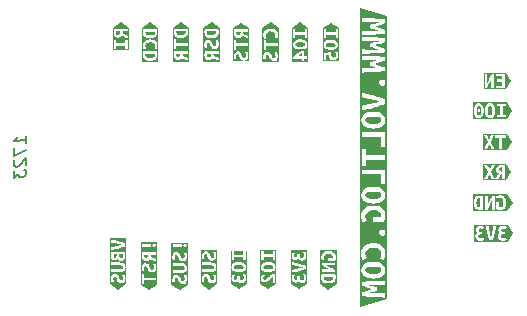
<source format=gbr>
G04 #@! TF.GenerationSoftware,KiCad,Pcbnew,7.0.9*
G04 #@! TF.CreationDate,2024-02-28T09:18:08+02:00*
G04 #@! TF.ProjectId,link,6c696e6b-2e6b-4696-9361-645f70636258,rev?*
G04 #@! TF.SameCoordinates,Original*
G04 #@! TF.FileFunction,Legend,Bot*
G04 #@! TF.FilePolarity,Positive*
%FSLAX46Y46*%
G04 Gerber Fmt 4.6, Leading zero omitted, Abs format (unit mm)*
G04 Created by KiCad (PCBNEW 7.0.9) date 2024-02-28 09:18:08*
%MOMM*%
%LPD*%
G01*
G04 APERTURE LIST*
%ADD10C,0.200000*%
G04 APERTURE END LIST*
D10*
X113952219Y-84851190D02*
X113952219Y-84279761D01*
X113952219Y-84565476D02*
X112952219Y-84690476D01*
X112952219Y-84690476D02*
X113095076Y-84577380D01*
X113095076Y-84577380D02*
X113190314Y-84470238D01*
X113190314Y-84470238D02*
X113237933Y-84369047D01*
X112952219Y-85309523D02*
X112952219Y-85976190D01*
X112952219Y-85976190D02*
X113952219Y-85422619D01*
X113047457Y-86297619D02*
X112999838Y-86351190D01*
X112999838Y-86351190D02*
X112952219Y-86452380D01*
X112952219Y-86452380D02*
X112952219Y-86690476D01*
X112952219Y-86690476D02*
X112999838Y-86779761D01*
X112999838Y-86779761D02*
X113047457Y-86821428D01*
X113047457Y-86821428D02*
X113142695Y-86857142D01*
X113142695Y-86857142D02*
X113237933Y-86845238D01*
X113237933Y-86845238D02*
X113380790Y-86779761D01*
X113380790Y-86779761D02*
X113952219Y-86136904D01*
X113952219Y-86136904D02*
X113952219Y-86755952D01*
X112952219Y-87214285D02*
X112952219Y-87833333D01*
X112952219Y-87833333D02*
X113333171Y-87452381D01*
X113333171Y-87452381D02*
X113333171Y-87595238D01*
X113333171Y-87595238D02*
X113380790Y-87684523D01*
X113380790Y-87684523D02*
X113428409Y-87726190D01*
X113428409Y-87726190D02*
X113523647Y-87761904D01*
X113523647Y-87761904D02*
X113761742Y-87732142D01*
X113761742Y-87732142D02*
X113856980Y-87672619D01*
X113856980Y-87672619D02*
X113904600Y-87619047D01*
X113904600Y-87619047D02*
X113952219Y-87517857D01*
X113952219Y-87517857D02*
X113952219Y-87232142D01*
X113952219Y-87232142D02*
X113904600Y-87142857D01*
X113904600Y-87142857D02*
X113856980Y-87101190D01*
G36*
X121967615Y-75460381D02*
G01*
X121955947Y-75563727D01*
X121920942Y-75633736D01*
X121788545Y-75687076D01*
X121707583Y-75672788D01*
X121651385Y-75629926D01*
X121618524Y-75563727D01*
X121607570Y-75479431D01*
X121608522Y-75447046D01*
X121613285Y-75408946D01*
X121967615Y-75408946D01*
X121967615Y-75460381D01*
G37*
G36*
X122675640Y-76127131D02*
G01*
X122675640Y-76875796D01*
X122675640Y-76955171D01*
X121324360Y-76955171D01*
X121324360Y-76875796D01*
X121417070Y-76875796D01*
X121611380Y-76875796D01*
X121611380Y-76620526D01*
X122401955Y-76620526D01*
X122401955Y-76875796D01*
X122596265Y-76875796D01*
X122596265Y-76127131D01*
X122401955Y-76127131D01*
X122401955Y-76384306D01*
X121611380Y-76384306D01*
X121611380Y-76127131D01*
X121417070Y-76127131D01*
X121417070Y-76875796D01*
X121324360Y-76875796D01*
X121324360Y-75479431D01*
X121403735Y-75479431D01*
X121409450Y-75575633D01*
X121426595Y-75662311D01*
X121455646Y-75738511D01*
X121497080Y-75803281D01*
X121618047Y-75893768D01*
X121697819Y-75917343D01*
X121790450Y-75925201D01*
X121888557Y-75914723D01*
X121977140Y-75883291D01*
X122050959Y-75827570D01*
X122104775Y-75744226D01*
X122214312Y-75812806D01*
X122340042Y-75883291D01*
X122471488Y-75949013D01*
X122596265Y-76003306D01*
X122596265Y-75757561D01*
X122484108Y-75710174D01*
X122376238Y-75655643D01*
X122269796Y-75595398D01*
X122161925Y-75530866D01*
X122161925Y-75408946D01*
X122596265Y-75408946D01*
X122596265Y-75174631D01*
X121434215Y-75174631D01*
X121419927Y-75249878D01*
X121410403Y-75332746D01*
X121405640Y-75412756D01*
X121403735Y-75479431D01*
X121324360Y-75479431D01*
X121324360Y-75174631D01*
X121324360Y-75095256D01*
X122000000Y-74644829D01*
X122675640Y-75095256D01*
X122675640Y-75174631D01*
X122675640Y-76003306D01*
X122675640Y-76127131D01*
G37*
G36*
X155253963Y-92500000D02*
G01*
X154790837Y-93194690D01*
X154711462Y-93194690D01*
X154383802Y-93194690D01*
X153482737Y-93194690D01*
X152478802Y-93194690D01*
X152025412Y-93194690D01*
X151946037Y-93194690D01*
X151946037Y-92740030D01*
X152025412Y-92740030D01*
X152052082Y-92890525D01*
X152133997Y-93009587D01*
X152196862Y-93054355D01*
X152274967Y-93087692D01*
X152368788Y-93108409D01*
X152478802Y-93115315D01*
X152571194Y-93108647D01*
X152664539Y-93092455D01*
X152747407Y-93071500D01*
X152806462Y-93050545D01*
X152760742Y-92854330D01*
X152647394Y-92894335D01*
X152570956Y-92910051D01*
X152480707Y-92915290D01*
X152378551Y-92902431D01*
X152312114Y-92863855D01*
X152263537Y-92736220D01*
X152282110Y-92656924D01*
X152337832Y-92605727D01*
X152422128Y-92577867D01*
X152526427Y-92568580D01*
X152598817Y-92568580D01*
X152598817Y-92374270D01*
X152511187Y-92374270D01*
X152438797Y-92366650D01*
X152374027Y-92341885D01*
X152327354Y-92296165D01*
X152309257Y-92223775D01*
X152348309Y-92121857D01*
X152455942Y-92084710D01*
X152588339Y-92106617D01*
X152701687Y-92160910D01*
X152785507Y-91989460D01*
X152649299Y-91919927D01*
X152620030Y-91911355D01*
X152907427Y-91911355D01*
X152932906Y-92032322D01*
X152963624Y-92166625D01*
X152999343Y-92311167D01*
X153039824Y-92462852D01*
X153069352Y-92566992D01*
X153100784Y-92672403D01*
X153134122Y-92779082D01*
X153168835Y-92885233D01*
X153204395Y-92989056D01*
X153240802Y-93090550D01*
X153482737Y-93090550D01*
X153529885Y-92950532D01*
X153579892Y-92793370D01*
X153596155Y-92740030D01*
X153930412Y-92740030D01*
X153957082Y-92890525D01*
X154038997Y-93009587D01*
X154101862Y-93054355D01*
X154179967Y-93087692D01*
X154273788Y-93108409D01*
X154383802Y-93115315D01*
X154476194Y-93108647D01*
X154569539Y-93092455D01*
X154652407Y-93071500D01*
X154711462Y-93050545D01*
X154665742Y-92854330D01*
X154552394Y-92894335D01*
X154475956Y-92910051D01*
X154385707Y-92915290D01*
X154283551Y-92902431D01*
X154217114Y-92863855D01*
X154168537Y-92736220D01*
X154187110Y-92656924D01*
X154242832Y-92605727D01*
X154327128Y-92577867D01*
X154431427Y-92568580D01*
X154503817Y-92568580D01*
X154503817Y-92374270D01*
X154416187Y-92374270D01*
X154343797Y-92366650D01*
X154279027Y-92341885D01*
X154232354Y-92296165D01*
X154214257Y-92223775D01*
X154253309Y-92121857D01*
X154360942Y-92084710D01*
X154493339Y-92106617D01*
X154606687Y-92160910D01*
X154690507Y-91989460D01*
X154554299Y-91919927D01*
X154464050Y-91893496D01*
X154362847Y-91884685D01*
X154270216Y-91890876D01*
X154190444Y-91909450D01*
X154069477Y-91978982D01*
X153998992Y-92084710D01*
X153976132Y-92216155D01*
X154016137Y-92351410D01*
X154122817Y-92450470D01*
X154041616Y-92497619D01*
X153980894Y-92562865D01*
X153943032Y-92644304D01*
X153930412Y-92740030D01*
X153596155Y-92740030D01*
X153613547Y-92682986D01*
X153645932Y-92572813D01*
X153677047Y-92462852D01*
X153706468Y-92355008D01*
X153733773Y-92251186D01*
X153758962Y-92151385D01*
X153790394Y-92018035D01*
X153812302Y-91911355D01*
X153564652Y-91911355D01*
X153550364Y-92010177D01*
X153530362Y-92123762D01*
X153506311Y-92246635D01*
X153479879Y-92373317D01*
X153451304Y-92500952D01*
X153420824Y-92626682D01*
X153389630Y-92745031D01*
X153358912Y-92850520D01*
X153328432Y-92746459D01*
X153297952Y-92628587D01*
X153268424Y-92502857D01*
X153240802Y-92375222D01*
X153215084Y-92248302D01*
X153191272Y-92124715D01*
X153170317Y-92010415D01*
X153153172Y-91911355D01*
X152907427Y-91911355D01*
X152620030Y-91911355D01*
X152559050Y-91893496D01*
X152457847Y-91884685D01*
X152365216Y-91890876D01*
X152285444Y-91909450D01*
X152164477Y-91978982D01*
X152093992Y-92084710D01*
X152071132Y-92216155D01*
X152111137Y-92351410D01*
X152217817Y-92450470D01*
X152136616Y-92497619D01*
X152075894Y-92562865D01*
X152038032Y-92644304D01*
X152025412Y-92740030D01*
X151946037Y-92740030D01*
X151946037Y-91805310D01*
X152025412Y-91805310D01*
X154711462Y-91805310D01*
X154790837Y-91805310D01*
X155253963Y-92500000D01*
G37*
G36*
X129661900Y-77355476D02*
G01*
X129650232Y-77458822D01*
X129615227Y-77528831D01*
X129482830Y-77582171D01*
X129401867Y-77567883D01*
X129345670Y-77525021D01*
X129312809Y-77458822D01*
X129301855Y-77374526D01*
X129302807Y-77342141D01*
X129307570Y-77304041D01*
X129661900Y-77304041D01*
X129661900Y-77355476D01*
G37*
G36*
X130101955Y-75419996D02*
G01*
X130101955Y-75440951D01*
X130071475Y-75575253D01*
X129987655Y-75662883D01*
X129860972Y-75710508D01*
X129784058Y-75721224D01*
X129700000Y-75724796D01*
X129551410Y-75713366D01*
X129423775Y-75673361D01*
X129335192Y-75595256D01*
X129301855Y-75467621D01*
X129302807Y-75433331D01*
X129307570Y-75399041D01*
X130100050Y-75399041D01*
X130101955Y-75419996D01*
G37*
G36*
X130394690Y-76456316D02*
G01*
X130394690Y-77898401D01*
X130394690Y-77977776D01*
X129005310Y-77977776D01*
X129005310Y-77898401D01*
X129005310Y-77374526D01*
X129098020Y-77374526D01*
X129103735Y-77470728D01*
X129120880Y-77557406D01*
X129149931Y-77633606D01*
X129191365Y-77698376D01*
X129312332Y-77788863D01*
X129392104Y-77812438D01*
X129484735Y-77820296D01*
X129582842Y-77809818D01*
X129671425Y-77778386D01*
X129745244Y-77722665D01*
X129799060Y-77639321D01*
X129908597Y-77707901D01*
X130034327Y-77778386D01*
X130165772Y-77844108D01*
X130290550Y-77898401D01*
X130290550Y-77652656D01*
X130178393Y-77605269D01*
X130070522Y-77550738D01*
X129964081Y-77490493D01*
X129856210Y-77425961D01*
X129856210Y-77304041D01*
X130290550Y-77304041D01*
X130290550Y-77069726D01*
X129128500Y-77069726D01*
X129114212Y-77144973D01*
X129104687Y-77227841D01*
X129099925Y-77307851D01*
X129098020Y-77374526D01*
X129005310Y-77374526D01*
X129005310Y-76511561D01*
X129084685Y-76511561D01*
X129090876Y-76613240D01*
X129109450Y-76701108D01*
X129164695Y-76837316D01*
X129345670Y-76768736D01*
X129299950Y-76663008D01*
X129280900Y-76528706D01*
X129295928Y-76424989D01*
X129341013Y-76362759D01*
X129416155Y-76342016D01*
X129476162Y-76361066D01*
X129521882Y-76409643D01*
X129557125Y-76476318D01*
X129585700Y-76549661D01*
X129632372Y-76664913D01*
X129700952Y-76775403D01*
X129807632Y-76858271D01*
X129879784Y-76882560D01*
X129968605Y-76890656D01*
X130115528Y-76863748D01*
X130224827Y-76783023D01*
X130275098Y-76698886D01*
X130305261Y-76589983D01*
X130315315Y-76456316D01*
X130307457Y-76324395D01*
X130283882Y-76222001D01*
X130225780Y-76090556D01*
X130035280Y-76159136D01*
X130092430Y-76282008D01*
X130112432Y-76361304D01*
X130119100Y-76456316D01*
X130106717Y-76554423D01*
X130072427Y-76616336D01*
X130022897Y-76647768D01*
X129966700Y-76656341D01*
X129901930Y-76635386D01*
X129851447Y-76582046D01*
X129811442Y-76509656D01*
X129778105Y-76429646D01*
X129734290Y-76319156D01*
X129671425Y-76215333D01*
X129577127Y-76138181D01*
X129437110Y-76107701D01*
X129289472Y-76134609D01*
X129178030Y-76215333D01*
X129126172Y-76296084D01*
X129095057Y-76394827D01*
X129084685Y-76511561D01*
X129005310Y-76511561D01*
X129005310Y-75446666D01*
X129098020Y-75446666D01*
X129106592Y-75557870D01*
X129132310Y-75659073D01*
X129176363Y-75747894D01*
X129239942Y-75821951D01*
X129323286Y-75881244D01*
X129426632Y-75925773D01*
X129551648Y-75953634D01*
X129700000Y-75962921D01*
X129851686Y-75952681D01*
X129979082Y-75921963D01*
X130083619Y-75873148D01*
X130166725Y-75808616D01*
X130229352Y-75729320D01*
X130272452Y-75636213D01*
X130297456Y-75531200D01*
X130305790Y-75416186D01*
X130299122Y-75293313D01*
X130277215Y-75164726D01*
X129126595Y-75164726D01*
X129103735Y-75315221D01*
X129098020Y-75446666D01*
X129005310Y-75446666D01*
X129005310Y-75164726D01*
X129005310Y-75085351D01*
X129700000Y-74622224D01*
X130394690Y-75085351D01*
X130394690Y-75164726D01*
X130394690Y-75416186D01*
X130394690Y-76456316D01*
G37*
G36*
X152420712Y-89502807D02*
G01*
X152455002Y-89507570D01*
X152455002Y-90300050D01*
X152434047Y-90301955D01*
X152413092Y-90301955D01*
X152278789Y-90271475D01*
X152191159Y-90187655D01*
X152143534Y-90060972D01*
X152132819Y-89984058D01*
X152129247Y-89900000D01*
X152140677Y-89751410D01*
X152180682Y-89623775D01*
X152258787Y-89535192D01*
X152386422Y-89501855D01*
X152420712Y-89502807D01*
G37*
G36*
X155188253Y-89900000D02*
G01*
X154725127Y-90594690D01*
X154645752Y-90594690D01*
X154163787Y-90594690D01*
X153068412Y-90594690D01*
X152437857Y-90594690D01*
X151891122Y-90594690D01*
X151811747Y-90594690D01*
X151811747Y-89900000D01*
X151891122Y-89900000D01*
X151901361Y-90051686D01*
X151932079Y-90179082D01*
X151980895Y-90283619D01*
X152045427Y-90366725D01*
X152124722Y-90429352D01*
X152217829Y-90472452D01*
X152322842Y-90497456D01*
X152437857Y-90505790D01*
X152560729Y-90499122D01*
X152689317Y-90477215D01*
X152689317Y-89326595D01*
X152588987Y-89311355D01*
X152879817Y-89311355D01*
X152879817Y-90490550D01*
X153068412Y-90490550D01*
X153123339Y-90359846D01*
X153181442Y-90229353D01*
X153242719Y-90099072D01*
X153307172Y-89968792D01*
X153374799Y-89838299D01*
X153445602Y-89707595D01*
X153445602Y-90490550D01*
X153657057Y-90490550D01*
X153657057Y-89370410D01*
X153813267Y-89370410D01*
X153874227Y-89557100D01*
X153977097Y-89509475D01*
X154102827Y-89488520D01*
X154243797Y-89519000D01*
X154338094Y-89603772D01*
X154391434Y-89733312D01*
X154403579Y-89812608D01*
X154407627Y-89900000D01*
X154400218Y-90028587D01*
X154377993Y-90132410D01*
X154340952Y-90211467D01*
X154258560Y-90286477D01*
X154144737Y-90311480D01*
X154099017Y-90309575D01*
X154053297Y-90303860D01*
X154053297Y-89873330D01*
X153818982Y-89873330D01*
X153818982Y-90461975D01*
X153949474Y-90496265D01*
X154047344Y-90510553D01*
X154163787Y-90515315D01*
X154268800Y-90505552D01*
X154362859Y-90476262D01*
X154445012Y-90427685D01*
X154514307Y-90360057D01*
X154570028Y-90273380D01*
X154611462Y-90167652D01*
X154637179Y-90043113D01*
X154645752Y-89900000D01*
X154635750Y-89758316D01*
X154605747Y-89634252D01*
X154558598Y-89528287D01*
X154497162Y-89440895D01*
X154422390Y-89372553D01*
X154335237Y-89323737D01*
X154238558Y-89294448D01*
X154135212Y-89284685D01*
X154012339Y-89295162D01*
X153918042Y-89318975D01*
X153852319Y-89347550D01*
X153813267Y-89370410D01*
X153657057Y-89370410D01*
X153657057Y-89311355D01*
X153468462Y-89311355D01*
X153415122Y-89398747D01*
X153361782Y-89493282D01*
X153309156Y-89591152D01*
X153257959Y-89688545D01*
X153209382Y-89784271D01*
X153164614Y-89877140D01*
X153124847Y-89962865D01*
X153091272Y-90037160D01*
X153091272Y-89311355D01*
X152879817Y-89311355D01*
X152588987Y-89311355D01*
X152538822Y-89303735D01*
X152407377Y-89298020D01*
X152296172Y-89306592D01*
X152194969Y-89332310D01*
X152106149Y-89376363D01*
X152032092Y-89439942D01*
X151972799Y-89523286D01*
X151928269Y-89626632D01*
X151900409Y-89751648D01*
X151891122Y-89900000D01*
X151811747Y-89900000D01*
X151811747Y-89205310D01*
X151891122Y-89205310D01*
X154645752Y-89205310D01*
X154725127Y-89205310D01*
X155188253Y-89900000D01*
G37*
G36*
X137320015Y-77523116D02*
G01*
X136904725Y-77523116D01*
X136998070Y-77452631D01*
X137101892Y-77381193D01*
X137211430Y-77313566D01*
X137320015Y-77256416D01*
X137320015Y-77523116D01*
G37*
G36*
X137283106Y-76318918D02*
G01*
X137360972Y-76323918D01*
X137491465Y-76350588D01*
X137579095Y-76406786D01*
X137611480Y-76503941D01*
X137579095Y-76600143D01*
X137490512Y-76657293D01*
X137360020Y-76683963D01*
X137282867Y-76688964D01*
X137200000Y-76690631D01*
X137116894Y-76688964D01*
X137039027Y-76683963D01*
X136908535Y-76657293D01*
X136820905Y-76601096D01*
X136788520Y-76503941D01*
X136820905Y-76406786D01*
X136909487Y-76350588D01*
X137039980Y-76323918D01*
X137117132Y-76318918D01*
X137200000Y-76317251D01*
X137283106Y-76318918D01*
G37*
G36*
X137894690Y-76505846D02*
G01*
X137894690Y-77757431D01*
X137894690Y-77885066D01*
X137894690Y-77964441D01*
X136505310Y-77964441D01*
X136505310Y-77885066D01*
X136505310Y-77757431D01*
X136611355Y-77757431D01*
X137320015Y-77757431D01*
X137320015Y-77885066D01*
X137512420Y-77885066D01*
X137512420Y-77757431D01*
X137790550Y-77757431D01*
X137790550Y-77523116D01*
X137512420Y-77523116D01*
X137512420Y-77031626D01*
X137340970Y-77031626D01*
X137261674Y-77073060D01*
X137172377Y-77124971D01*
X137076889Y-77184978D01*
X136979020Y-77250701D01*
X136880674Y-77321186D01*
X136783757Y-77395481D01*
X136692556Y-77471681D01*
X136611355Y-77547881D01*
X136611355Y-77757431D01*
X136505310Y-77757431D01*
X136505310Y-76503941D01*
X136584685Y-76503941D01*
X136601936Y-76631364D01*
X136653688Y-76736774D01*
X136739942Y-76820171D01*
X136826918Y-76867677D01*
X136932586Y-76901610D01*
X137056946Y-76921969D01*
X137200000Y-76928756D01*
X137343054Y-76921850D01*
X137467414Y-76901133D01*
X137573082Y-76866605D01*
X137660057Y-76818266D01*
X137746312Y-76734446D01*
X137798064Y-76630306D01*
X137815315Y-76505846D01*
X137798064Y-76378317D01*
X137746312Y-76272589D01*
X137660057Y-76188663D01*
X137573082Y-76140741D01*
X137467414Y-76106510D01*
X137343054Y-76085972D01*
X137200000Y-76079126D01*
X137056946Y-76086151D01*
X136932586Y-76107225D01*
X136826918Y-76142348D01*
X136739942Y-76191521D01*
X136653688Y-76276188D01*
X136601936Y-76380328D01*
X136584685Y-76503941D01*
X136505310Y-76503941D01*
X136505310Y-75926726D01*
X136611355Y-75926726D01*
X136805665Y-75926726D01*
X136805665Y-75671456D01*
X137596240Y-75671456D01*
X137596240Y-75926726D01*
X137790550Y-75926726D01*
X137790550Y-75178061D01*
X137596240Y-75178061D01*
X137596240Y-75435236D01*
X136805665Y-75435236D01*
X136805665Y-75178061D01*
X136611355Y-75178061D01*
X136611355Y-75926726D01*
X136505310Y-75926726D01*
X136505310Y-75178061D01*
X136505310Y-75098686D01*
X137200000Y-74635559D01*
X137894690Y-75098686D01*
X137894690Y-75178061D01*
X137894690Y-76505846D01*
G37*
G36*
X127694690Y-94436929D02*
G01*
X127694690Y-95419909D01*
X127694690Y-96341929D01*
X127694690Y-96776269D01*
X127694690Y-96855644D01*
X127000000Y-97318771D01*
X126305310Y-96855644D01*
X126305310Y-96776269D01*
X126305310Y-96397174D01*
X126384685Y-96397174D01*
X126390876Y-96498854D01*
X126409450Y-96586722D01*
X126464695Y-96722929D01*
X126645670Y-96654349D01*
X126599950Y-96548622D01*
X126580900Y-96414319D01*
X126595928Y-96310603D01*
X126641013Y-96248373D01*
X126716155Y-96227629D01*
X126776162Y-96246679D01*
X126821882Y-96295257D01*
X126857125Y-96361932D01*
X126885700Y-96435274D01*
X126932372Y-96550527D01*
X127000952Y-96661017D01*
X127107632Y-96743884D01*
X127179784Y-96768173D01*
X127268605Y-96776269D01*
X127415528Y-96749361D01*
X127524827Y-96668637D01*
X127575098Y-96584499D01*
X127605261Y-96475597D01*
X127615315Y-96341929D01*
X127607457Y-96210008D01*
X127583882Y-96107614D01*
X127525780Y-95976169D01*
X127335280Y-96044749D01*
X127392430Y-96167622D01*
X127412432Y-96246917D01*
X127419100Y-96341929D01*
X127406717Y-96440037D01*
X127372427Y-96501949D01*
X127322897Y-96533382D01*
X127266700Y-96541954D01*
X127201930Y-96520999D01*
X127151447Y-96467659D01*
X127111442Y-96395269D01*
X127078105Y-96315259D01*
X127034290Y-96204769D01*
X126971425Y-96100947D01*
X126877127Y-96023794D01*
X126737110Y-95993314D01*
X126589472Y-96020222D01*
X126478030Y-96100947D01*
X126426172Y-96181697D01*
X126395057Y-96280440D01*
X126384685Y-96397174D01*
X126305310Y-96397174D01*
X126305310Y-95825674D01*
X126411355Y-95825674D01*
X127163830Y-95825674D01*
X127261937Y-95820912D01*
X127350520Y-95806624D01*
X127428149Y-95780430D01*
X127493395Y-95739949D01*
X127545544Y-95684704D01*
X127583882Y-95614219D01*
X127607457Y-95526589D01*
X127615315Y-95419909D01*
X127607457Y-95314896D01*
X127583882Y-95228457D01*
X127493395Y-95105584D01*
X127428149Y-95066532D01*
X127350520Y-95040814D01*
X127261937Y-95026527D01*
X127163830Y-95021764D01*
X126411355Y-95021764D01*
X126411355Y-95257984D01*
X127148590Y-95257984D01*
X127273367Y-95265604D01*
X127354330Y-95291322D01*
X127398145Y-95341804D01*
X127411480Y-95423719D01*
X127398145Y-95505634D01*
X127353377Y-95557069D01*
X127271462Y-95583739D01*
X127146685Y-95591359D01*
X126411355Y-95591359D01*
X126411355Y-95825674D01*
X126305310Y-95825674D01*
X126305310Y-94492174D01*
X126384685Y-94492174D01*
X126390876Y-94593854D01*
X126409450Y-94681722D01*
X126464695Y-94817929D01*
X126645670Y-94749349D01*
X126599950Y-94643622D01*
X126580900Y-94509319D01*
X126595928Y-94405603D01*
X126641013Y-94343372D01*
X126716155Y-94322629D01*
X126776162Y-94341679D01*
X126821882Y-94390257D01*
X126857125Y-94456932D01*
X126885700Y-94530274D01*
X126932372Y-94645527D01*
X127000952Y-94756017D01*
X127107632Y-94838884D01*
X127179784Y-94863173D01*
X127268605Y-94871269D01*
X127415528Y-94844361D01*
X127524827Y-94763637D01*
X127575098Y-94679499D01*
X127605261Y-94570597D01*
X127615315Y-94436929D01*
X127607457Y-94305008D01*
X127583882Y-94202614D01*
X127525780Y-94071169D01*
X127335280Y-94139749D01*
X127392430Y-94262622D01*
X127412432Y-94341917D01*
X127419100Y-94436929D01*
X127406717Y-94535037D01*
X127372427Y-94596949D01*
X127322897Y-94628382D01*
X127266700Y-94636954D01*
X127201930Y-94615999D01*
X127151447Y-94562659D01*
X127111442Y-94490269D01*
X127078105Y-94410259D01*
X127034290Y-94299769D01*
X126971425Y-94195947D01*
X126877127Y-94118794D01*
X126737110Y-94088314D01*
X126589472Y-94115222D01*
X126478030Y-94195947D01*
X126426172Y-94276697D01*
X126395057Y-94375440D01*
X126384685Y-94492174D01*
X126305310Y-94492174D01*
X126305310Y-93653974D01*
X126411355Y-93653974D01*
X126723775Y-93653974D01*
X126846647Y-93651117D01*
X126951422Y-93643497D01*
X127051435Y-93632067D01*
X127161925Y-93617779D01*
X127161925Y-93518719D01*
X127299085Y-93518719D01*
X127336986Y-93617779D01*
X127340995Y-93628257D01*
X127455295Y-93676834D01*
X127571500Y-93628257D01*
X127613410Y-93518719D01*
X127571500Y-93409182D01*
X127455295Y-93360604D01*
X127340995Y-93409182D01*
X127299085Y-93518719D01*
X127161925Y-93518719D01*
X127161925Y-93423469D01*
X127050482Y-93407277D01*
X126950470Y-93394894D01*
X126846647Y-93386322D01*
X126723775Y-93383464D01*
X126411355Y-93383464D01*
X126411355Y-93653974D01*
X126305310Y-93653974D01*
X126305310Y-93360604D01*
X126305310Y-93281229D01*
X127694690Y-93281229D01*
X127694690Y-93360604D01*
X127694690Y-93518719D01*
X127694690Y-94436929D01*
G37*
G36*
X143538509Y-82616628D02*
G01*
X143668287Y-82624962D01*
X143885775Y-82669412D01*
X144031825Y-82763075D01*
X144085800Y-82925000D01*
X144031825Y-83085338D01*
X143884187Y-83180587D01*
X143666700Y-83225037D01*
X143538112Y-83233372D01*
X143400000Y-83236150D01*
X143261491Y-83233372D01*
X143131712Y-83225037D01*
X142914225Y-83180587D01*
X142768175Y-83086925D01*
X142714200Y-82925000D01*
X142768175Y-82763075D01*
X142915812Y-82669412D01*
X143133300Y-82624962D01*
X143261887Y-82616628D01*
X143400000Y-82613850D01*
X143538509Y-82616628D01*
G37*
G36*
X143538509Y-88966628D02*
G01*
X143668287Y-88974963D01*
X143885775Y-89019413D01*
X144031825Y-89113075D01*
X144085800Y-89275000D01*
X144031825Y-89435338D01*
X143884187Y-89530588D01*
X143666700Y-89575038D01*
X143538112Y-89583372D01*
X143400000Y-89586150D01*
X143261491Y-89583372D01*
X143131712Y-89575038D01*
X142914225Y-89530588D01*
X142768175Y-89436925D01*
X142714200Y-89275000D01*
X142768175Y-89113075D01*
X142915812Y-89019413D01*
X143133300Y-88974963D01*
X143261887Y-88966628D01*
X143400000Y-88963850D01*
X143538509Y-88966628D01*
G37*
G36*
X143538509Y-95316628D02*
G01*
X143668287Y-95324963D01*
X143885775Y-95369413D01*
X144031825Y-95463075D01*
X144085800Y-95625000D01*
X144031825Y-95785338D01*
X143884187Y-95880588D01*
X143666700Y-95925038D01*
X143538112Y-95933372D01*
X143400000Y-95936150D01*
X143261491Y-95933372D01*
X143131712Y-95925038D01*
X142914225Y-95880588D01*
X142768175Y-95786925D01*
X142714200Y-95625000D01*
X142768175Y-95463075D01*
X142915812Y-95369413D01*
X143133300Y-95324963D01*
X143261887Y-95316628D01*
X143400000Y-95313850D01*
X143538509Y-95316628D01*
G37*
G36*
X144557817Y-77184600D02*
G01*
X144557817Y-78772100D01*
X144557817Y-79753175D01*
X144557817Y-81134300D01*
X144557817Y-82928175D01*
X144557817Y-85179250D01*
X144557817Y-86296850D01*
X144557817Y-88354250D01*
X144557817Y-89278175D01*
X144557817Y-90957750D01*
X144557817Y-92453175D01*
X144557817Y-94183550D01*
X144557817Y-95628175D01*
X144557817Y-97933225D01*
X144557817Y-98065517D01*
X142242183Y-98760207D01*
X142242183Y-98065517D01*
X142242183Y-97933225D01*
X142242183Y-97815750D01*
X142418925Y-97815750D01*
X142672925Y-97837578D01*
X142920575Y-97858613D01*
X143163859Y-97877663D01*
X143404762Y-97893538D01*
X143645269Y-97906634D01*
X143887362Y-97917350D01*
X144133028Y-97926081D01*
X144384250Y-97933225D01*
X144384250Y-97574450D01*
X142857075Y-97593500D01*
X143688925Y-97352200D01*
X143688925Y-97066450D01*
X142857075Y-96834675D01*
X144384250Y-96850550D01*
X144384250Y-96491775D01*
X144138187Y-96501697D01*
X143882600Y-96512413D01*
X143623044Y-96523922D01*
X143365075Y-96536225D01*
X143111869Y-96550116D01*
X142866600Y-96566388D01*
X142634031Y-96585041D01*
X142418925Y-96606075D01*
X142418925Y-96929925D01*
X142590375Y-96985487D01*
X142815800Y-97056925D01*
X143060275Y-97133125D01*
X143288875Y-97206150D01*
X143045987Y-97285525D01*
X142804687Y-97364900D01*
X142587200Y-97434750D01*
X142418925Y-97491900D01*
X142418925Y-97815750D01*
X142242183Y-97815750D01*
X142242183Y-95625000D01*
X142374475Y-95625000D01*
X142403226Y-95837372D01*
X142489481Y-96013056D01*
X142633237Y-96152050D01*
X142778196Y-96231227D01*
X142954309Y-96287781D01*
X143161577Y-96321714D01*
X143400000Y-96333025D01*
X143638423Y-96321516D01*
X143845691Y-96286988D01*
X144021804Y-96229441D01*
X144166762Y-96148875D01*
X144310519Y-96009175D01*
X144396774Y-95835608D01*
X144425525Y-95628175D01*
X144396774Y-95415626D01*
X144310519Y-95239414D01*
X144166762Y-95099537D01*
X144021804Y-95019666D01*
X143845691Y-94962616D01*
X143638423Y-94928385D01*
X143400000Y-94916975D01*
X143161577Y-94928683D01*
X142954309Y-94963806D01*
X142778196Y-95022345D01*
X142633237Y-95104300D01*
X142489481Y-95245411D01*
X142403226Y-95418978D01*
X142374475Y-95625000D01*
X142242183Y-95625000D01*
X142242183Y-94221650D01*
X142374475Y-94221650D01*
X142391937Y-94410563D01*
X142431625Y-94558200D01*
X142479250Y-94664563D01*
X142517350Y-94729650D01*
X142828500Y-94628050D01*
X142747537Y-94451838D01*
X142714200Y-94215300D01*
X142747537Y-94035913D01*
X142858662Y-93880338D01*
X143066625Y-93769213D01*
X143212675Y-93737066D01*
X143390475Y-93726350D01*
X143597379Y-93739226D01*
X143769358Y-93777856D01*
X143906412Y-93842238D01*
X144040953Y-93995034D01*
X144085800Y-94221650D01*
X144050875Y-94474063D01*
X143981025Y-94634400D01*
X144289000Y-94732825D01*
X144382662Y-94508987D01*
X144414809Y-94356984D01*
X144425525Y-94183550D01*
X144395892Y-93928139D01*
X144306992Y-93716472D01*
X144158825Y-93548550D01*
X144011386Y-93452705D01*
X143835769Y-93384244D01*
X143631973Y-93343167D01*
X143400000Y-93329475D01*
X143169019Y-93346144D01*
X142965025Y-93396150D01*
X142789209Y-93475922D01*
X142642762Y-93581888D01*
X142526875Y-93712063D01*
X142442737Y-93864463D01*
X142391541Y-94035516D01*
X142374475Y-94221650D01*
X142242183Y-94221650D01*
X142242183Y-92453175D01*
X143854025Y-92453175D01*
X143927050Y-92650025D01*
X144133425Y-92735750D01*
X144346150Y-92650025D01*
X144419175Y-92453175D01*
X144400125Y-92345225D01*
X144344562Y-92254738D01*
X144255662Y-92191238D01*
X144133425Y-92167425D01*
X144014362Y-92191238D01*
X143927050Y-92254738D01*
X143873075Y-92345225D01*
X143854025Y-92453175D01*
X142242183Y-92453175D01*
X142242183Y-91005375D01*
X142374475Y-91005375D01*
X142391937Y-91210162D01*
X142431625Y-91367325D01*
X142479250Y-91476863D01*
X142517350Y-91541950D01*
X142828500Y-91440350D01*
X142749125Y-91268900D01*
X142714200Y-91059350D01*
X142765000Y-90824400D01*
X142906287Y-90667238D01*
X143122187Y-90578338D01*
X143254347Y-90558097D01*
X143400000Y-90551350D01*
X143614312Y-90563697D01*
X143787350Y-90600739D01*
X143919113Y-90662475D01*
X144044128Y-90799794D01*
X144085800Y-90989500D01*
X144082625Y-91065700D01*
X144073100Y-91141900D01*
X143355550Y-91141900D01*
X143355550Y-91532425D01*
X144336625Y-91532425D01*
X144393775Y-91314937D01*
X144417588Y-91151822D01*
X144425525Y-90957750D01*
X144409253Y-90782728D01*
X144360437Y-90625963D01*
X144279475Y-90489041D01*
X144166762Y-90373550D01*
X144022300Y-90280681D01*
X143846087Y-90211625D01*
X143638522Y-90168763D01*
X143400000Y-90154475D01*
X143163859Y-90171144D01*
X142957087Y-90221150D01*
X142780478Y-90299731D01*
X142634825Y-90402125D01*
X142520922Y-90526744D01*
X142439562Y-90672000D01*
X142390747Y-90833131D01*
X142374475Y-91005375D01*
X142242183Y-91005375D01*
X142242183Y-89275000D01*
X142374475Y-89275000D01*
X142403226Y-89487372D01*
X142489481Y-89663056D01*
X142633237Y-89802050D01*
X142778196Y-89881227D01*
X142954309Y-89937781D01*
X143161577Y-89971714D01*
X143400000Y-89983025D01*
X143638423Y-89971516D01*
X143845691Y-89936988D01*
X144021804Y-89879441D01*
X144166762Y-89798875D01*
X144310519Y-89659175D01*
X144396774Y-89485608D01*
X144425525Y-89278175D01*
X144396774Y-89065626D01*
X144310519Y-88889414D01*
X144166762Y-88749538D01*
X144021804Y-88669666D01*
X143845691Y-88612616D01*
X143638423Y-88578385D01*
X143400000Y-88566975D01*
X143161577Y-88578683D01*
X142954309Y-88613806D01*
X142778196Y-88672345D01*
X142633237Y-88754300D01*
X142489481Y-88895411D01*
X142403226Y-89068978D01*
X142374475Y-89275000D01*
X142242183Y-89275000D01*
X142242183Y-87512875D01*
X142418925Y-87512875D01*
X144060400Y-87512875D01*
X144060400Y-88354250D01*
X144384250Y-88354250D01*
X144384250Y-87119175D01*
X142418925Y-87119175D01*
X142418925Y-87512875D01*
X142242183Y-87512875D01*
X142242183Y-86814375D01*
X142418925Y-86814375D01*
X142742775Y-86814375D01*
X142742775Y-86296850D01*
X144384250Y-86296850D01*
X144384250Y-85903150D01*
X142742775Y-85903150D01*
X142742775Y-85385625D01*
X142418925Y-85385625D01*
X142418925Y-86814375D01*
X142242183Y-86814375D01*
X142242183Y-84337875D01*
X142418925Y-84337875D01*
X144060400Y-84337875D01*
X144060400Y-85179250D01*
X144384250Y-85179250D01*
X144384250Y-83944175D01*
X142418925Y-83944175D01*
X142418925Y-84337875D01*
X142242183Y-84337875D01*
X142242183Y-82925000D01*
X142374475Y-82925000D01*
X142403226Y-83137372D01*
X142489481Y-83313056D01*
X142633237Y-83452050D01*
X142778196Y-83531227D01*
X142954309Y-83587781D01*
X143161577Y-83621714D01*
X143400000Y-83633025D01*
X143638423Y-83621516D01*
X143845691Y-83586988D01*
X144021804Y-83529441D01*
X144166762Y-83448875D01*
X144310519Y-83309175D01*
X144396774Y-83135608D01*
X144425525Y-82928175D01*
X144396774Y-82715626D01*
X144310519Y-82539414D01*
X144166762Y-82399537D01*
X144021804Y-82319666D01*
X143845691Y-82262616D01*
X143638423Y-82228385D01*
X143400000Y-82216975D01*
X143161577Y-82228683D01*
X142954309Y-82263806D01*
X142778196Y-82322345D01*
X142633237Y-82404300D01*
X142489481Y-82545411D01*
X142403226Y-82718978D01*
X142374475Y-82925000D01*
X142242183Y-82925000D01*
X142242183Y-82093150D01*
X142418925Y-82093150D01*
X142620537Y-82050684D01*
X142844375Y-81999487D01*
X143085278Y-81939956D01*
X143338087Y-81872487D01*
X143511654Y-81823275D01*
X143687338Y-81770887D01*
X143865137Y-81715325D01*
X144042056Y-81657469D01*
X144215093Y-81598203D01*
X144384250Y-81537525D01*
X144384250Y-81134300D01*
X144150887Y-81055719D01*
X143888950Y-80972375D01*
X143704976Y-80916283D01*
X143521356Y-80862308D01*
X143338087Y-80810450D01*
X143158347Y-80761414D01*
X142985310Y-80715906D01*
X142818975Y-80673925D01*
X142596725Y-80621537D01*
X142418925Y-80585025D01*
X142418925Y-80997775D01*
X142583628Y-81021587D01*
X142772937Y-81054925D01*
X142977725Y-81095009D01*
X143188862Y-81139062D01*
X143401587Y-81186687D01*
X143611137Y-81237487D01*
X143808384Y-81289478D01*
X143984200Y-81340675D01*
X143810766Y-81391475D01*
X143614312Y-81442275D01*
X143404762Y-81491487D01*
X143192037Y-81537525D01*
X142980503Y-81580387D01*
X142774525Y-81620075D01*
X142584025Y-81655000D01*
X142418925Y-81683575D01*
X142418925Y-82093150D01*
X142242183Y-82093150D01*
X142242183Y-79753175D01*
X143854025Y-79753175D01*
X143927050Y-79950025D01*
X144133425Y-80035750D01*
X144346150Y-79950025D01*
X144419175Y-79753175D01*
X144400125Y-79645225D01*
X144344562Y-79554737D01*
X144255662Y-79491237D01*
X144133425Y-79467425D01*
X144014362Y-79491237D01*
X143927050Y-79554737D01*
X143873075Y-79645225D01*
X143854025Y-79753175D01*
X142242183Y-79753175D01*
X142242183Y-78883225D01*
X142418925Y-78883225D01*
X142663797Y-78873700D01*
X142915812Y-78864175D01*
X143170606Y-78853856D01*
X143423812Y-78841950D01*
X143674241Y-78828059D01*
X143920700Y-78811787D01*
X144158825Y-78793134D01*
X144384250Y-78772100D01*
X144384250Y-78448250D01*
X144176684Y-78378400D01*
X143954037Y-78308550D01*
X143729009Y-78238700D01*
X143514300Y-78168850D01*
X143723056Y-78097412D01*
X143949275Y-78022800D01*
X144175494Y-77949775D01*
X144384250Y-77883100D01*
X144384250Y-77559250D01*
X144158428Y-77535437D01*
X143919113Y-77514800D01*
X143671462Y-77496941D01*
X143420637Y-77481462D01*
X143167431Y-77468366D01*
X142912637Y-77457650D01*
X142661416Y-77448919D01*
X142418925Y-77441775D01*
X142418925Y-77803725D01*
X142609425Y-77800550D01*
X142806275Y-77797375D01*
X143005903Y-77794200D01*
X143204737Y-77791025D01*
X143400794Y-77787850D01*
X143592087Y-77784675D01*
X143775047Y-77782294D01*
X143946100Y-77781500D01*
X143723850Y-77846587D01*
X143485725Y-77916437D01*
X143269825Y-77978350D01*
X143114250Y-78022800D01*
X143114250Y-78308550D01*
X143263475Y-78346650D01*
X143460325Y-78402212D01*
X143692100Y-78468888D01*
X143946100Y-78540325D01*
X143775047Y-78539531D01*
X143592087Y-78537150D01*
X143401191Y-78533975D01*
X143206325Y-78530800D01*
X143008284Y-78527625D01*
X142807862Y-78524450D01*
X142609822Y-78522069D01*
X142418925Y-78521275D01*
X142418925Y-78883225D01*
X142242183Y-78883225D01*
X142242183Y-77295725D01*
X142418925Y-77295725D01*
X142663797Y-77286200D01*
X142915812Y-77276675D01*
X143170606Y-77266356D01*
X143423812Y-77254450D01*
X143674241Y-77240559D01*
X143920700Y-77224287D01*
X144158825Y-77205634D01*
X144384250Y-77184600D01*
X144384250Y-76860750D01*
X144176684Y-76790900D01*
X143954037Y-76721050D01*
X143729009Y-76651200D01*
X143514300Y-76581350D01*
X143723056Y-76509912D01*
X143949275Y-76435300D01*
X144175494Y-76362275D01*
X144384250Y-76295600D01*
X144384250Y-75971750D01*
X144158428Y-75947937D01*
X143919113Y-75927300D01*
X143671462Y-75909441D01*
X143420637Y-75893963D01*
X143167431Y-75880866D01*
X142912637Y-75870150D01*
X142661416Y-75861419D01*
X142418925Y-75854275D01*
X142418925Y-76216225D01*
X142609425Y-76213050D01*
X142806275Y-76209875D01*
X143005903Y-76206700D01*
X143204737Y-76203525D01*
X143400794Y-76200350D01*
X143592087Y-76197175D01*
X143775047Y-76194794D01*
X143946100Y-76194000D01*
X143723850Y-76259087D01*
X143485725Y-76328937D01*
X143269825Y-76390850D01*
X143114250Y-76435300D01*
X143114250Y-76721050D01*
X143263475Y-76759150D01*
X143460325Y-76814712D01*
X143692100Y-76881388D01*
X143946100Y-76952825D01*
X143775047Y-76952031D01*
X143592087Y-76949650D01*
X143401191Y-76946475D01*
X143206325Y-76943300D01*
X143008284Y-76940125D01*
X142807862Y-76936950D01*
X142609822Y-76934569D01*
X142418925Y-76933775D01*
X142418925Y-77295725D01*
X142242183Y-77295725D01*
X142242183Y-75708225D01*
X142418925Y-75708225D01*
X142663797Y-75698700D01*
X142915812Y-75689175D01*
X143170606Y-75678856D01*
X143423812Y-75666950D01*
X143674241Y-75653059D01*
X143920700Y-75636787D01*
X144158825Y-75618134D01*
X144384250Y-75597100D01*
X144384250Y-75273250D01*
X144176684Y-75203400D01*
X143954037Y-75133550D01*
X143729009Y-75063700D01*
X143514300Y-74993850D01*
X143723056Y-74922412D01*
X143949275Y-74847800D01*
X144175494Y-74774775D01*
X144384250Y-74708100D01*
X144384250Y-74384250D01*
X144158428Y-74360437D01*
X143919113Y-74339800D01*
X143671462Y-74321941D01*
X143420637Y-74306462D01*
X143167431Y-74293366D01*
X142912637Y-74282650D01*
X142661416Y-74273919D01*
X142418925Y-74266775D01*
X142418925Y-74628725D01*
X142609425Y-74625550D01*
X142806275Y-74622375D01*
X143005903Y-74619200D01*
X143204737Y-74616025D01*
X143400794Y-74612850D01*
X143592087Y-74609675D01*
X143775047Y-74607294D01*
X143946100Y-74606500D01*
X143723850Y-74671587D01*
X143485725Y-74741437D01*
X143269825Y-74803350D01*
X143114250Y-74847800D01*
X143114250Y-75133550D01*
X143263475Y-75171650D01*
X143460325Y-75227212D01*
X143692100Y-75293887D01*
X143946100Y-75365325D01*
X143775047Y-75364531D01*
X143592087Y-75362150D01*
X143401191Y-75358975D01*
X143206325Y-75355800D01*
X143008284Y-75352625D01*
X142807862Y-75349450D01*
X142609822Y-75347069D01*
X142418925Y-75346275D01*
X142418925Y-75708225D01*
X142242183Y-75708225D01*
X142242183Y-74266775D01*
X142242183Y-74134483D01*
X142242183Y-73439793D01*
X144557817Y-74134483D01*
X144557817Y-74266775D01*
X144557817Y-75597100D01*
X144557817Y-77184600D01*
G37*
G36*
X132161900Y-75478098D02*
G01*
X132150232Y-75581445D01*
X132115227Y-75651453D01*
X131982830Y-75704793D01*
X131901867Y-75690506D01*
X131845670Y-75647643D01*
X131812809Y-75581445D01*
X131801855Y-75497148D01*
X131802807Y-75464763D01*
X131807570Y-75426663D01*
X132161900Y-75426663D01*
X132161900Y-75478098D01*
G37*
G36*
X132894690Y-76636338D02*
G01*
X132894690Y-77436438D01*
X132894690Y-77870778D01*
X132894690Y-77950153D01*
X131505310Y-77950153D01*
X131505310Y-77870778D01*
X131505310Y-77491683D01*
X131584685Y-77491683D01*
X131590876Y-77593363D01*
X131609450Y-77681231D01*
X131664695Y-77817438D01*
X131845670Y-77748858D01*
X131799950Y-77643131D01*
X131780900Y-77508828D01*
X131795928Y-77405112D01*
X131841013Y-77342882D01*
X131916155Y-77322138D01*
X131976162Y-77341188D01*
X132021882Y-77389766D01*
X132057125Y-77456441D01*
X132085700Y-77529783D01*
X132132372Y-77645036D01*
X132200952Y-77755526D01*
X132307632Y-77838393D01*
X132379784Y-77862682D01*
X132468605Y-77870778D01*
X132615528Y-77843870D01*
X132724827Y-77763146D01*
X132775098Y-77679008D01*
X132805261Y-77570106D01*
X132815315Y-77436438D01*
X132807457Y-77304517D01*
X132783882Y-77202123D01*
X132725780Y-77070678D01*
X132535280Y-77139258D01*
X132592430Y-77262131D01*
X132612432Y-77341426D01*
X132619100Y-77436438D01*
X132606717Y-77534546D01*
X132572427Y-77596458D01*
X132522897Y-77627891D01*
X132466700Y-77636463D01*
X132401930Y-77615508D01*
X132351447Y-77562168D01*
X132311442Y-77489778D01*
X132278105Y-77409768D01*
X132234290Y-77299278D01*
X132171425Y-77195456D01*
X132077127Y-77118303D01*
X131937110Y-77087823D01*
X131789472Y-77114731D01*
X131678030Y-77195456D01*
X131626172Y-77276207D01*
X131595057Y-77374949D01*
X131584685Y-77491683D01*
X131505310Y-77491683D01*
X131505310Y-76946853D01*
X131611355Y-76946853D01*
X131805665Y-76946853D01*
X131805665Y-76636338D01*
X132790550Y-76636338D01*
X132790550Y-76400118D01*
X131805665Y-76400118D01*
X131805665Y-76089603D01*
X131611355Y-76089603D01*
X131611355Y-76946853D01*
X131505310Y-76946853D01*
X131505310Y-75497148D01*
X131598020Y-75497148D01*
X131603735Y-75593351D01*
X131620880Y-75680028D01*
X131649931Y-75756228D01*
X131691365Y-75820998D01*
X131812332Y-75911486D01*
X131892104Y-75935060D01*
X131984735Y-75942918D01*
X132082842Y-75932441D01*
X132171425Y-75901008D01*
X132245244Y-75845287D01*
X132299060Y-75761943D01*
X132408597Y-75830523D01*
X132534327Y-75901008D01*
X132665772Y-75966731D01*
X132790550Y-76021023D01*
X132790550Y-75775278D01*
X132678393Y-75727891D01*
X132570522Y-75673361D01*
X132464081Y-75613115D01*
X132356210Y-75548583D01*
X132356210Y-75426663D01*
X132790550Y-75426663D01*
X132790550Y-75192348D01*
X131628500Y-75192348D01*
X131614212Y-75267596D01*
X131604687Y-75350463D01*
X131599925Y-75430473D01*
X131598020Y-75497148D01*
X131505310Y-75497148D01*
X131505310Y-75192348D01*
X131505310Y-75112973D01*
X132200000Y-74649847D01*
X132894690Y-75112973D01*
X132894690Y-75192348D01*
X132894690Y-76021023D01*
X132894690Y-76636338D01*
G37*
G36*
X130194690Y-95364627D02*
G01*
X130194690Y-96286647D01*
X130194690Y-96720987D01*
X130194690Y-96800362D01*
X129500000Y-97263488D01*
X128805310Y-96800362D01*
X128805310Y-96720987D01*
X128805310Y-96341892D01*
X128884685Y-96341892D01*
X128890876Y-96443571D01*
X128909450Y-96531439D01*
X128964695Y-96667647D01*
X129145670Y-96599067D01*
X129099950Y-96493339D01*
X129080900Y-96359037D01*
X129095928Y-96255320D01*
X129141013Y-96193090D01*
X129216155Y-96172347D01*
X129276162Y-96191397D01*
X129321882Y-96239974D01*
X129357125Y-96306649D01*
X129385700Y-96379992D01*
X129432372Y-96495244D01*
X129500952Y-96605734D01*
X129607632Y-96688602D01*
X129679784Y-96712890D01*
X129768605Y-96720987D01*
X129915528Y-96694079D01*
X130024827Y-96613354D01*
X130075098Y-96529217D01*
X130105261Y-96420314D01*
X130115315Y-96286647D01*
X130107457Y-96154725D01*
X130083882Y-96052332D01*
X130025780Y-95920887D01*
X129835280Y-95989467D01*
X129892430Y-96112339D01*
X129912432Y-96191635D01*
X129919100Y-96286647D01*
X129906717Y-96384754D01*
X129872427Y-96446667D01*
X129822897Y-96478099D01*
X129766700Y-96486672D01*
X129701930Y-96465717D01*
X129651447Y-96412377D01*
X129611442Y-96339987D01*
X129578105Y-96259977D01*
X129534290Y-96149487D01*
X129471425Y-96045664D01*
X129377127Y-95968512D01*
X129237110Y-95938032D01*
X129089472Y-95964940D01*
X128978030Y-96045664D01*
X128926172Y-96126415D01*
X128895057Y-96225157D01*
X128884685Y-96341892D01*
X128805310Y-96341892D01*
X128805310Y-95770392D01*
X128911355Y-95770392D01*
X129663830Y-95770392D01*
X129761937Y-95765629D01*
X129850520Y-95751342D01*
X129928149Y-95725148D01*
X129993395Y-95684667D01*
X130045544Y-95629422D01*
X130083882Y-95558937D01*
X130107457Y-95471307D01*
X130115315Y-95364627D01*
X130107457Y-95259614D01*
X130083882Y-95173174D01*
X129993395Y-95050302D01*
X129928149Y-95011249D01*
X129850520Y-94985532D01*
X129761937Y-94971244D01*
X129663830Y-94966482D01*
X128911355Y-94966482D01*
X128911355Y-95202702D01*
X129648590Y-95202702D01*
X129773367Y-95210322D01*
X129854330Y-95236039D01*
X129898145Y-95286522D01*
X129911480Y-95368437D01*
X129898145Y-95450352D01*
X129853377Y-95501787D01*
X129771462Y-95528457D01*
X129646685Y-95536077D01*
X128911355Y-95536077D01*
X128911355Y-95770392D01*
X128805310Y-95770392D01*
X128805310Y-94436892D01*
X128884685Y-94436892D01*
X128890876Y-94538571D01*
X128909450Y-94626439D01*
X128964695Y-94762647D01*
X129145670Y-94694067D01*
X129099950Y-94588339D01*
X129080900Y-94454037D01*
X129095928Y-94350320D01*
X129141013Y-94288090D01*
X129216155Y-94267347D01*
X129276162Y-94286397D01*
X129321882Y-94334974D01*
X129357125Y-94401649D01*
X129385700Y-94474992D01*
X129432372Y-94590244D01*
X129500952Y-94700734D01*
X129607632Y-94783602D01*
X129679784Y-94807890D01*
X129768605Y-94815987D01*
X129915528Y-94789079D01*
X130024827Y-94708354D01*
X130075098Y-94624217D01*
X130105261Y-94515314D01*
X130115315Y-94381647D01*
X130107457Y-94249725D01*
X130083882Y-94147332D01*
X130025780Y-94015887D01*
X129835280Y-94084467D01*
X129892430Y-94207339D01*
X129912432Y-94286635D01*
X129919100Y-94381647D01*
X129906717Y-94479754D01*
X129872427Y-94541667D01*
X129822897Y-94573099D01*
X129766700Y-94581672D01*
X129701930Y-94560717D01*
X129651447Y-94507377D01*
X129611442Y-94434987D01*
X129578105Y-94354977D01*
X129534290Y-94244487D01*
X129471425Y-94140664D01*
X129377127Y-94063512D01*
X129237110Y-94033032D01*
X129089472Y-94059940D01*
X128978030Y-94140664D01*
X128926172Y-94221415D01*
X128895057Y-94320157D01*
X128884685Y-94436892D01*
X128805310Y-94436892D01*
X128805310Y-94015887D01*
X128805310Y-93936512D01*
X130194690Y-93936512D01*
X130194690Y-94015887D01*
X130194690Y-94381647D01*
X130194690Y-95364627D01*
G37*
G36*
X124901955Y-75435236D02*
G01*
X124901955Y-75456191D01*
X124871475Y-75590493D01*
X124787655Y-75678123D01*
X124660972Y-75725748D01*
X124584058Y-75736464D01*
X124500000Y-75740036D01*
X124351410Y-75728606D01*
X124223775Y-75688601D01*
X124135192Y-75610496D01*
X124101855Y-75482861D01*
X124102807Y-75448571D01*
X124107570Y-75414281D01*
X124900050Y-75414281D01*
X124901955Y-75435236D01*
G37*
G36*
X124901955Y-77340236D02*
G01*
X124901955Y-77361191D01*
X124871475Y-77495493D01*
X124787655Y-77583123D01*
X124660972Y-77630748D01*
X124584058Y-77641464D01*
X124500000Y-77645036D01*
X124351410Y-77633606D01*
X124223775Y-77593601D01*
X124135192Y-77515496D01*
X124101855Y-77387861D01*
X124102807Y-77353571D01*
X124107570Y-77319281D01*
X124900050Y-77319281D01*
X124901955Y-77340236D01*
G37*
G36*
X125194690Y-76593476D02*
G01*
X125194690Y-77336426D01*
X125194690Y-77883161D01*
X125194690Y-77962536D01*
X123805310Y-77962536D01*
X123805310Y-77883161D01*
X123805310Y-77366906D01*
X123898020Y-77366906D01*
X123906592Y-77478110D01*
X123932310Y-77579313D01*
X123976363Y-77668134D01*
X124039942Y-77742191D01*
X124123286Y-77801484D01*
X124226632Y-77846013D01*
X124351648Y-77873874D01*
X124500000Y-77883161D01*
X124651686Y-77872921D01*
X124779082Y-77842203D01*
X124883619Y-77793388D01*
X124966725Y-77728856D01*
X125029352Y-77649560D01*
X125072452Y-77556453D01*
X125097456Y-77451440D01*
X125105790Y-77336426D01*
X125099122Y-77213553D01*
X125077215Y-77084966D01*
X123926595Y-77084966D01*
X123903735Y-77235461D01*
X123898020Y-77366906D01*
X123805310Y-77366906D01*
X123805310Y-76616336D01*
X123884685Y-76616336D01*
X123895162Y-76729683D01*
X123918975Y-76818266D01*
X123947550Y-76882083D01*
X123970410Y-76921136D01*
X124157100Y-76860176D01*
X124108522Y-76754448D01*
X124088520Y-76612526D01*
X124108522Y-76504893D01*
X124175197Y-76411548D01*
X124299975Y-76344873D01*
X124387605Y-76325585D01*
X124494285Y-76319156D01*
X124618427Y-76326882D01*
X124721615Y-76350059D01*
X124803847Y-76388688D01*
X124884572Y-76480366D01*
X124911480Y-76616336D01*
X124890525Y-76767783D01*
X124848615Y-76863986D01*
X125033400Y-76923041D01*
X125089597Y-76788738D01*
X125108886Y-76697536D01*
X125115315Y-76593476D01*
X125097535Y-76440229D01*
X125044195Y-76313229D01*
X124955295Y-76212476D01*
X124866832Y-76154969D01*
X124761461Y-76113892D01*
X124639184Y-76089246D01*
X124500000Y-76081031D01*
X124361411Y-76091032D01*
X124239015Y-76121036D01*
X124133526Y-76168899D01*
X124045657Y-76232478D01*
X123976125Y-76310583D01*
X123925642Y-76402023D01*
X123894924Y-76504655D01*
X123884685Y-76616336D01*
X123805310Y-76616336D01*
X123805310Y-75461906D01*
X123898020Y-75461906D01*
X123906592Y-75573110D01*
X123932310Y-75674313D01*
X123976363Y-75763134D01*
X124039942Y-75837191D01*
X124123286Y-75896484D01*
X124226632Y-75941013D01*
X124351648Y-75968874D01*
X124500000Y-75978161D01*
X124651686Y-75967921D01*
X124779082Y-75937203D01*
X124883619Y-75888388D01*
X124966725Y-75823856D01*
X125029352Y-75744560D01*
X125072452Y-75651453D01*
X125097456Y-75546440D01*
X125105790Y-75431426D01*
X125099122Y-75308553D01*
X125077215Y-75179966D01*
X123926595Y-75179966D01*
X123903735Y-75330461D01*
X123898020Y-75461906D01*
X123805310Y-75461906D01*
X123805310Y-75179966D01*
X123805310Y-75100591D01*
X124500000Y-74637464D01*
X125194690Y-75100591D01*
X125194690Y-75179966D01*
X125194690Y-75431426D01*
X125194690Y-76593476D01*
G37*
G36*
X140001955Y-96202827D02*
G01*
X140001955Y-96223782D01*
X139971475Y-96358084D01*
X139887655Y-96445714D01*
X139760972Y-96493339D01*
X139684058Y-96504055D01*
X139600000Y-96507627D01*
X139451410Y-96496197D01*
X139323775Y-96456192D01*
X139235192Y-96378087D01*
X139201855Y-96250452D01*
X139202807Y-96216162D01*
X139207570Y-96181872D01*
X140000050Y-96181872D01*
X140001955Y-96202827D01*
G37*
G36*
X140294690Y-95568462D02*
G01*
X140294690Y-96199017D01*
X140294690Y-96745752D01*
X140294690Y-96825127D01*
X139600000Y-97288253D01*
X138905310Y-96825127D01*
X138905310Y-96745752D01*
X138905310Y-96229497D01*
X138998020Y-96229497D01*
X139006592Y-96340701D01*
X139032310Y-96441904D01*
X139076363Y-96530725D01*
X139139942Y-96604782D01*
X139223286Y-96664075D01*
X139326632Y-96708604D01*
X139451648Y-96736465D01*
X139600000Y-96745752D01*
X139751686Y-96735512D01*
X139879082Y-96704794D01*
X139983619Y-96655979D01*
X140066725Y-96591447D01*
X140129352Y-96512151D01*
X140172452Y-96419044D01*
X140197456Y-96314031D01*
X140205790Y-96199017D01*
X140199122Y-96076144D01*
X140177215Y-95947557D01*
X139026595Y-95947557D01*
X139003735Y-96098052D01*
X138998020Y-96229497D01*
X138905310Y-96229497D01*
X138905310Y-95757057D01*
X139011355Y-95757057D01*
X140190550Y-95757057D01*
X140190550Y-95568462D01*
X140059846Y-95513534D01*
X139929353Y-95455432D01*
X139799072Y-95394154D01*
X139668792Y-95329702D01*
X139538299Y-95262074D01*
X139407595Y-95191272D01*
X140190550Y-95191272D01*
X140190550Y-94979817D01*
X139011355Y-94979817D01*
X139011355Y-95168412D01*
X139098747Y-95221752D01*
X139193282Y-95275092D01*
X139291152Y-95327717D01*
X139388545Y-95378914D01*
X139484271Y-95427492D01*
X139577140Y-95472259D01*
X139662865Y-95512026D01*
X139737160Y-95545602D01*
X139011355Y-95545602D01*
X139011355Y-95757057D01*
X138905310Y-95757057D01*
X138905310Y-94501662D01*
X138984685Y-94501662D01*
X138995162Y-94624534D01*
X139018975Y-94718832D01*
X139047550Y-94784554D01*
X139070410Y-94823607D01*
X139257100Y-94762647D01*
X139209475Y-94659777D01*
X139188520Y-94534047D01*
X139219000Y-94393077D01*
X139303772Y-94298779D01*
X139433312Y-94245439D01*
X139512608Y-94233295D01*
X139600000Y-94229247D01*
X139728587Y-94236655D01*
X139832410Y-94258880D01*
X139911467Y-94295922D01*
X139986477Y-94378313D01*
X140011480Y-94492137D01*
X140009575Y-94537857D01*
X140003860Y-94583577D01*
X139573330Y-94583577D01*
X139573330Y-94817892D01*
X140161975Y-94817892D01*
X140196265Y-94687399D01*
X140210553Y-94589530D01*
X140215315Y-94473087D01*
X140205552Y-94368074D01*
X140176262Y-94274014D01*
X140127685Y-94191861D01*
X140060057Y-94122567D01*
X139973380Y-94066845D01*
X139867652Y-94025412D01*
X139743113Y-93999694D01*
X139600000Y-93991122D01*
X139458316Y-94001123D01*
X139334252Y-94031127D01*
X139228287Y-94078275D01*
X139140895Y-94139712D01*
X139072553Y-94214483D01*
X139023737Y-94301637D01*
X138994448Y-94398315D01*
X138984685Y-94501662D01*
X138905310Y-94501662D01*
X138905310Y-93991122D01*
X138905310Y-93911747D01*
X140294690Y-93911747D01*
X140294690Y-93991122D01*
X140294690Y-94473087D01*
X140294690Y-95568462D01*
G37*
G36*
X154292959Y-86908522D02*
G01*
X154331059Y-86913285D01*
X154331059Y-87267615D01*
X154279624Y-87267615D01*
X154176278Y-87255947D01*
X154106269Y-87220942D01*
X154052929Y-87088545D01*
X154067217Y-87007583D01*
X154110079Y-86951385D01*
X154176278Y-86918524D01*
X154260574Y-86907570D01*
X154292959Y-86908522D01*
G37*
G36*
X155095176Y-87300000D02*
G01*
X154644749Y-87975640D01*
X154565374Y-87975640D01*
X153736699Y-87975640D01*
X153037564Y-87975640D01*
X152784199Y-87975640D01*
X152704824Y-87975640D01*
X152704824Y-87896265D01*
X152784199Y-87896265D01*
X153037564Y-87896265D01*
X153077807Y-87793871D01*
X153126147Y-87681000D01*
X153179725Y-87562890D01*
X153235684Y-87444780D01*
X153290929Y-87559318D01*
X153346174Y-87678142D01*
X153397609Y-87793157D01*
X153441424Y-87896265D01*
X153694789Y-87896265D01*
X153736699Y-87896265D01*
X153982444Y-87896265D01*
X154029831Y-87784108D01*
X154084362Y-87676238D01*
X154144607Y-87569796D01*
X154209139Y-87461925D01*
X154331059Y-87461925D01*
X154331059Y-87896265D01*
X154565374Y-87896265D01*
X154565374Y-86734215D01*
X154490127Y-86719927D01*
X154407259Y-86710403D01*
X154327249Y-86705640D01*
X154260574Y-86703735D01*
X154164372Y-86709450D01*
X154077694Y-86726595D01*
X154001494Y-86755646D01*
X153936724Y-86797080D01*
X153846237Y-86918047D01*
X153822662Y-86997819D01*
X153814804Y-87090450D01*
X153825282Y-87188557D01*
X153856714Y-87277140D01*
X153912435Y-87350959D01*
X153995779Y-87404775D01*
X153927199Y-87514312D01*
X153856714Y-87640042D01*
X153790992Y-87771488D01*
X153736699Y-87896265D01*
X153694789Y-87896265D01*
X153638592Y-87772440D01*
X153599539Y-87697193D01*
X153556677Y-87616230D01*
X153510719Y-87531219D01*
X153462379Y-87443828D01*
X153413802Y-87356912D01*
X153367129Y-87273330D01*
X153675739Y-86717070D01*
X153422374Y-86717070D01*
X153235684Y-87094260D01*
X153039469Y-86717070D01*
X152803249Y-86717070D01*
X153104239Y-87267615D01*
X153053280Y-87351435D01*
X153003274Y-87439065D01*
X152955411Y-87527409D01*
X152910882Y-87613373D01*
X152870639Y-87695288D01*
X152835634Y-87771488D01*
X152784199Y-87896265D01*
X152704824Y-87896265D01*
X152704824Y-86624360D01*
X152784199Y-86624360D01*
X154565374Y-86624360D01*
X154644749Y-86624360D01*
X155095176Y-87300000D01*
G37*
G36*
X127059995Y-77351666D02*
G01*
X127048327Y-77455012D01*
X127013322Y-77525021D01*
X126880925Y-77578361D01*
X126799963Y-77564073D01*
X126743765Y-77521211D01*
X126710904Y-77455012D01*
X126699950Y-77370716D01*
X126700902Y-77338331D01*
X126705665Y-77300231D01*
X127059995Y-77300231D01*
X127059995Y-77351666D01*
G37*
G36*
X127500050Y-75416186D02*
G01*
X127500050Y-75437141D01*
X127469570Y-75571443D01*
X127385750Y-75659073D01*
X127259068Y-75706698D01*
X127182153Y-75717414D01*
X127098095Y-75720986D01*
X126949505Y-75709556D01*
X126821870Y-75669551D01*
X126733288Y-75591446D01*
X126699950Y-75463811D01*
X126700902Y-75429521D01*
X126705665Y-75395231D01*
X127498145Y-75395231D01*
X127500050Y-75416186D01*
G37*
G36*
X127783260Y-76604906D02*
G01*
X127783260Y-77894591D01*
X127783260Y-77973966D01*
X126416740Y-77973966D01*
X126416740Y-77894591D01*
X126416740Y-77370716D01*
X126496115Y-77370716D01*
X126501830Y-77466918D01*
X126518975Y-77553596D01*
X126548026Y-77629796D01*
X126589460Y-77694566D01*
X126710427Y-77785053D01*
X126790199Y-77808628D01*
X126882830Y-77816486D01*
X126980937Y-77806008D01*
X127069520Y-77774576D01*
X127143339Y-77718855D01*
X127197155Y-77635511D01*
X127306692Y-77704091D01*
X127432422Y-77774576D01*
X127563868Y-77840298D01*
X127688645Y-77894591D01*
X127688645Y-77648846D01*
X127576488Y-77601459D01*
X127468618Y-77546928D01*
X127362176Y-77486683D01*
X127254305Y-77422151D01*
X127254305Y-77300231D01*
X127688645Y-77300231D01*
X127688645Y-77065916D01*
X126526595Y-77065916D01*
X126512307Y-77141163D01*
X126502782Y-77224031D01*
X126498020Y-77304041D01*
X126496115Y-77370716D01*
X126416740Y-77370716D01*
X126416740Y-76915421D01*
X126509450Y-76915421D01*
X126703760Y-76915421D01*
X126703760Y-76604906D01*
X127688645Y-76604906D01*
X127688645Y-76368686D01*
X126703760Y-76368686D01*
X126703760Y-76058171D01*
X126509450Y-76058171D01*
X126509450Y-76915421D01*
X126416740Y-76915421D01*
X126416740Y-75442856D01*
X126496115Y-75442856D01*
X126504687Y-75554060D01*
X126530405Y-75655263D01*
X126574458Y-75744084D01*
X126638037Y-75818141D01*
X126721381Y-75877434D01*
X126824727Y-75921963D01*
X126949743Y-75949824D01*
X127098095Y-75959111D01*
X127249781Y-75948871D01*
X127377178Y-75918153D01*
X127481714Y-75869338D01*
X127564820Y-75804806D01*
X127627447Y-75725510D01*
X127670547Y-75632403D01*
X127695551Y-75527390D01*
X127703885Y-75412376D01*
X127697218Y-75289503D01*
X127675310Y-75160916D01*
X126524690Y-75160916D01*
X126501830Y-75311411D01*
X126496115Y-75442856D01*
X126416740Y-75442856D01*
X126416740Y-75160916D01*
X126416740Y-75081541D01*
X127100000Y-74626034D01*
X127783260Y-75081541D01*
X127783260Y-75160916D01*
X127783260Y-75412376D01*
X127783260Y-76604906D01*
G37*
G36*
X132083106Y-95178651D02*
G01*
X132160972Y-95183652D01*
X132291465Y-95210322D01*
X132379095Y-95266519D01*
X132411480Y-95363674D01*
X132379095Y-95459877D01*
X132290512Y-95517027D01*
X132160020Y-95543697D01*
X132082867Y-95548697D01*
X132000000Y-95550364D01*
X131916894Y-95548697D01*
X131839027Y-95543697D01*
X131708535Y-95517027D01*
X131620905Y-95460829D01*
X131588520Y-95363674D01*
X131620905Y-95266519D01*
X131709487Y-95210322D01*
X131839980Y-95183652D01*
X131917132Y-95178651D01*
X132000000Y-95176984D01*
X132083106Y-95178651D01*
G37*
G36*
X132694690Y-95365579D02*
G01*
X132694690Y-96245689D01*
X132694690Y-96699079D01*
X132694690Y-96778454D01*
X132000000Y-97241581D01*
X131305310Y-96778454D01*
X131305310Y-96699079D01*
X131305310Y-96266644D01*
X131384685Y-96266644D01*
X131390876Y-96359275D01*
X131409450Y-96439047D01*
X131478982Y-96560014D01*
X131584710Y-96630499D01*
X131716155Y-96653359D01*
X131851410Y-96613354D01*
X131950470Y-96506674D01*
X131997619Y-96587875D01*
X132062865Y-96648597D01*
X132144304Y-96686459D01*
X132240030Y-96699079D01*
X132390525Y-96672409D01*
X132509587Y-96590494D01*
X132554355Y-96527629D01*
X132587692Y-96449524D01*
X132608409Y-96355703D01*
X132615315Y-96245689D01*
X132608647Y-96153297D01*
X132592455Y-96059952D01*
X132571500Y-95977084D01*
X132550545Y-95918029D01*
X132354330Y-95963749D01*
X132394335Y-96077097D01*
X132410051Y-96153535D01*
X132415290Y-96243784D01*
X132402431Y-96345940D01*
X132363855Y-96412377D01*
X132236220Y-96460954D01*
X132156924Y-96442380D01*
X132105727Y-96386659D01*
X132077867Y-96302363D01*
X132068580Y-96198064D01*
X132068580Y-96125674D01*
X131874270Y-96125674D01*
X131874270Y-96213304D01*
X131866650Y-96285694D01*
X131841885Y-96350464D01*
X131796165Y-96397137D01*
X131723775Y-96415234D01*
X131621857Y-96376182D01*
X131584710Y-96268549D01*
X131606617Y-96136152D01*
X131660910Y-96022804D01*
X131489460Y-95938984D01*
X131419927Y-96075192D01*
X131393496Y-96165441D01*
X131384685Y-96266644D01*
X131305310Y-96266644D01*
X131305310Y-95363674D01*
X131384685Y-95363674D01*
X131401936Y-95491098D01*
X131453688Y-95596508D01*
X131539942Y-95679904D01*
X131626918Y-95727410D01*
X131732586Y-95761343D01*
X131856946Y-95781703D01*
X132000000Y-95788489D01*
X132143054Y-95781584D01*
X132267414Y-95760867D01*
X132373082Y-95726339D01*
X132460057Y-95677999D01*
X132546312Y-95594179D01*
X132598064Y-95490039D01*
X132615315Y-95365579D01*
X132598064Y-95238050D01*
X132546312Y-95132323D01*
X132460057Y-95048397D01*
X132373082Y-95000474D01*
X132267414Y-94966244D01*
X132143054Y-94945705D01*
X132000000Y-94938859D01*
X131856946Y-94945884D01*
X131732586Y-94966958D01*
X131626918Y-95002081D01*
X131539942Y-95051254D01*
X131453688Y-95135921D01*
X131401936Y-95240061D01*
X131384685Y-95363674D01*
X131305310Y-95363674D01*
X131305310Y-94786459D01*
X131411355Y-94786459D01*
X131605665Y-94786459D01*
X131605665Y-94531189D01*
X132396240Y-94531189D01*
X132396240Y-94786459D01*
X132590550Y-94786459D01*
X132590550Y-94037794D01*
X132396240Y-94037794D01*
X132396240Y-94294969D01*
X131605665Y-94294969D01*
X131605665Y-94037794D01*
X131411355Y-94037794D01*
X131411355Y-94786459D01*
X131305310Y-94786459D01*
X131305310Y-94037794D01*
X131305310Y-93958419D01*
X132694690Y-93958419D01*
X132694690Y-94037794D01*
X132694690Y-95365579D01*
G37*
G36*
X155120576Y-84800000D02*
G01*
X154674594Y-85468973D01*
X154595219Y-85468973D01*
X154048484Y-85468973D01*
X153012164Y-85468973D01*
X152758799Y-85468973D01*
X152679424Y-85468973D01*
X152679424Y-85389597D01*
X152758799Y-85389597D01*
X153012164Y-85389597D01*
X153052407Y-85287204D01*
X153100747Y-85174332D01*
X153154325Y-85056222D01*
X153210284Y-84938112D01*
X153265529Y-85052651D01*
X153320774Y-85171475D01*
X153372209Y-85286489D01*
X153416024Y-85389597D01*
X153669389Y-85389597D01*
X153613192Y-85265772D01*
X153574139Y-85190525D01*
X153531277Y-85109562D01*
X153485319Y-85024552D01*
X153436979Y-84937160D01*
X153388402Y-84850244D01*
X153341729Y-84766662D01*
X153650339Y-84210402D01*
X153737969Y-84210402D01*
X153737969Y-84404712D01*
X154048484Y-84404712D01*
X154048484Y-85389597D01*
X154284704Y-85389597D01*
X154284704Y-84404712D01*
X154595219Y-84404712D01*
X154595219Y-84210402D01*
X153737969Y-84210402D01*
X153650339Y-84210402D01*
X153396974Y-84210402D01*
X153210284Y-84587592D01*
X153014069Y-84210402D01*
X152777849Y-84210402D01*
X153078839Y-84760947D01*
X153027880Y-84844768D01*
X152977874Y-84932397D01*
X152930011Y-85020742D01*
X152885482Y-85106705D01*
X152845239Y-85188620D01*
X152810234Y-85264820D01*
X152758799Y-85389597D01*
X152679424Y-85389597D01*
X152679424Y-84131027D01*
X152758799Y-84131027D01*
X154595219Y-84131027D01*
X154674594Y-84131027D01*
X155120576Y-84800000D01*
G37*
G36*
X153383689Y-81720905D02*
G01*
X153439887Y-81809487D01*
X153466557Y-81939980D01*
X153471557Y-82017132D01*
X153473224Y-82100000D01*
X153471557Y-82183106D01*
X153466557Y-82260972D01*
X153439887Y-82391465D01*
X153383689Y-82479095D01*
X153286534Y-82511480D01*
X153190332Y-82479095D01*
X153133182Y-82390512D01*
X153106512Y-82260020D01*
X153101511Y-82182867D01*
X153099844Y-82100000D01*
X153101511Y-82016894D01*
X153106512Y-81939027D01*
X153133182Y-81808535D01*
X153189379Y-81720905D01*
X153286534Y-81688520D01*
X153383689Y-81720905D01*
G37*
G36*
X152418330Y-81711142D02*
G01*
X152480719Y-81790437D01*
X152509294Y-81871612D01*
X152526439Y-81974164D01*
X152532154Y-82098095D01*
X152526439Y-82223084D01*
X152509294Y-82326272D01*
X152480719Y-82407657D01*
X152418330Y-82486953D01*
X152334034Y-82513385D01*
X152332129Y-82512796D01*
X152248547Y-82486953D01*
X152186397Y-82407657D01*
X152158351Y-82326272D01*
X152141523Y-82223084D01*
X152135914Y-82098095D01*
X152136776Y-82079045D01*
X152227354Y-82079045D01*
X152256882Y-82167627D01*
X152332129Y-82204775D01*
X152410234Y-82167627D01*
X152438809Y-82079045D01*
X152410234Y-81989510D01*
X152332129Y-81951410D01*
X152256882Y-81989510D01*
X152227354Y-82079045D01*
X152136776Y-82079045D01*
X152141523Y-81974164D01*
X152158351Y-81871612D01*
X152186397Y-81790437D01*
X152248547Y-81711142D01*
X152334034Y-81684710D01*
X152418330Y-81711142D01*
G37*
G36*
X155154916Y-82100000D02*
G01*
X154691789Y-82794690D01*
X154612414Y-82794690D01*
X153284629Y-82794690D01*
X152334034Y-82794690D01*
X151924459Y-82794690D01*
X151845084Y-82794690D01*
X151845084Y-82098095D01*
X151924459Y-82098095D01*
X151931008Y-82244304D01*
X151950653Y-82370510D01*
X151983395Y-82476714D01*
X152029234Y-82562915D01*
X152109667Y-82647582D01*
X152211267Y-82698382D01*
X152334034Y-82715315D01*
X152456801Y-82698382D01*
X152558401Y-82647582D01*
X152638834Y-82562915D01*
X152684673Y-82476714D01*
X152717415Y-82370510D01*
X152737061Y-82244304D01*
X152743524Y-82100000D01*
X152861719Y-82100000D01*
X152868625Y-82243054D01*
X152889342Y-82367414D01*
X152923870Y-82473082D01*
X152972209Y-82560057D01*
X153056029Y-82646312D01*
X153160169Y-82698064D01*
X153284629Y-82715315D01*
X153412158Y-82698064D01*
X153517886Y-82646312D01*
X153601812Y-82560057D01*
X153649734Y-82473082D01*
X153683965Y-82367414D01*
X153704503Y-82243054D01*
X153711349Y-82100000D01*
X153704324Y-81956946D01*
X153683250Y-81832586D01*
X153648127Y-81726918D01*
X153598954Y-81639942D01*
X153514287Y-81553688D01*
X153429101Y-81511355D01*
X153863749Y-81511355D01*
X153863749Y-81705665D01*
X154119019Y-81705665D01*
X154119019Y-82496240D01*
X153863749Y-82496240D01*
X153863749Y-82690550D01*
X154612414Y-82690550D01*
X154612414Y-82496240D01*
X154355239Y-82496240D01*
X154355239Y-81705665D01*
X154612414Y-81705665D01*
X154612414Y-81511355D01*
X153863749Y-81511355D01*
X153429101Y-81511355D01*
X153410147Y-81501936D01*
X153286534Y-81484685D01*
X153159111Y-81501936D01*
X153053701Y-81553688D01*
X152970304Y-81639942D01*
X152922798Y-81726918D01*
X152888865Y-81832586D01*
X152868506Y-81956946D01*
X152861719Y-82100000D01*
X152743524Y-82100000D01*
X152743609Y-82098095D01*
X152736942Y-81953553D01*
X152716939Y-81828537D01*
X152683602Y-81723048D01*
X152636929Y-81637085D01*
X152555861Y-81552418D01*
X152454896Y-81501618D01*
X152334034Y-81484685D01*
X152211267Y-81501512D01*
X152109667Y-81551995D01*
X152029234Y-81636132D01*
X151983395Y-81721798D01*
X151950653Y-81827347D01*
X151931008Y-81952779D01*
X151924459Y-82098095D01*
X151845084Y-82098095D01*
X151845084Y-81405310D01*
X151924459Y-81405310D01*
X154612414Y-81405310D01*
X154691789Y-81405310D01*
X155154916Y-82100000D01*
G37*
G36*
X135394690Y-76662056D02*
G01*
X135394690Y-77462156D01*
X135394690Y-77896496D01*
X135394690Y-77975871D01*
X134005310Y-77975871D01*
X134005310Y-77896496D01*
X134005310Y-77517401D01*
X134084685Y-77517401D01*
X134090876Y-77619080D01*
X134109450Y-77706948D01*
X134164695Y-77843156D01*
X134345670Y-77774576D01*
X134299950Y-77668848D01*
X134280900Y-77534546D01*
X134295928Y-77430829D01*
X134341013Y-77368599D01*
X134416155Y-77347856D01*
X134476162Y-77366906D01*
X134521882Y-77415483D01*
X134557125Y-77482158D01*
X134585700Y-77555501D01*
X134632372Y-77670753D01*
X134700952Y-77781243D01*
X134807632Y-77864111D01*
X134879784Y-77888400D01*
X134968605Y-77896496D01*
X135115528Y-77869588D01*
X135224827Y-77788863D01*
X135275098Y-77704726D01*
X135305261Y-77595823D01*
X135315315Y-77462156D01*
X135307457Y-77330235D01*
X135283882Y-77227841D01*
X135225780Y-77096396D01*
X135035280Y-77164976D01*
X135092430Y-77287848D01*
X135112432Y-77367144D01*
X135119100Y-77462156D01*
X135106717Y-77560263D01*
X135072427Y-77622176D01*
X135022897Y-77653608D01*
X134966700Y-77662181D01*
X134901930Y-77641226D01*
X134851447Y-77587886D01*
X134811442Y-77515496D01*
X134778105Y-77435486D01*
X134734290Y-77324996D01*
X134671425Y-77221173D01*
X134577127Y-77144021D01*
X134437110Y-77113541D01*
X134289472Y-77140449D01*
X134178030Y-77221173D01*
X134126172Y-77301924D01*
X134095057Y-77400667D01*
X134084685Y-77517401D01*
X134005310Y-77517401D01*
X134005310Y-76972571D01*
X134111355Y-76972571D01*
X134305665Y-76972571D01*
X134305665Y-76662056D01*
X135290550Y-76662056D01*
X135290550Y-76425836D01*
X134305665Y-76425836D01*
X134305665Y-76115321D01*
X134111355Y-76115321D01*
X134111355Y-76972571D01*
X134005310Y-76972571D01*
X134005310Y-75701936D01*
X134084685Y-75701936D01*
X134095162Y-75815283D01*
X134118975Y-75903866D01*
X134147550Y-75967683D01*
X134170410Y-76006736D01*
X134357100Y-75945776D01*
X134308522Y-75840048D01*
X134288520Y-75698126D01*
X134308522Y-75590493D01*
X134375197Y-75497148D01*
X134499975Y-75430473D01*
X134587605Y-75411185D01*
X134694285Y-75404756D01*
X134818427Y-75412482D01*
X134921615Y-75435659D01*
X135003847Y-75474288D01*
X135084572Y-75565966D01*
X135111480Y-75701936D01*
X135090525Y-75853383D01*
X135048615Y-75949586D01*
X135233400Y-76008641D01*
X135289597Y-75874338D01*
X135308886Y-75783136D01*
X135315315Y-75679076D01*
X135297535Y-75525829D01*
X135244195Y-75398829D01*
X135155295Y-75298076D01*
X135066832Y-75240569D01*
X134961461Y-75199492D01*
X134839184Y-75174846D01*
X134700000Y-75166631D01*
X134561411Y-75176632D01*
X134439015Y-75206636D01*
X134333526Y-75254499D01*
X134245657Y-75318078D01*
X134176125Y-75396183D01*
X134125642Y-75487623D01*
X134094924Y-75590255D01*
X134084685Y-75701936D01*
X134005310Y-75701936D01*
X134005310Y-75166631D01*
X134005310Y-75087256D01*
X134700000Y-74624129D01*
X135394690Y-75087256D01*
X135394690Y-75166631D01*
X135394690Y-75679076D01*
X135394690Y-76662056D01*
G37*
G36*
X124361900Y-94369302D02*
G01*
X124350232Y-94472648D01*
X124315227Y-94542657D01*
X124182830Y-94595997D01*
X124101867Y-94581709D01*
X124045670Y-94538847D01*
X124012809Y-94472648D01*
X124001855Y-94388352D01*
X124002807Y-94355967D01*
X124007570Y-94317867D01*
X124361900Y-94317867D01*
X124361900Y-94369302D01*
G37*
G36*
X125094690Y-94912227D02*
G01*
X125094690Y-95375142D01*
X125094690Y-96480042D01*
X125094690Y-96790557D01*
X125094690Y-96869932D01*
X124400000Y-97333058D01*
X123705310Y-96869932D01*
X123705310Y-96790557D01*
X123811355Y-96790557D01*
X124005665Y-96790557D01*
X124005665Y-96480042D01*
X124990550Y-96480042D01*
X124990550Y-96243822D01*
X124005665Y-96243822D01*
X124005665Y-95933307D01*
X123811355Y-95933307D01*
X123811355Y-96790557D01*
X123705310Y-96790557D01*
X123705310Y-95430387D01*
X123784685Y-95430387D01*
X123790876Y-95532066D01*
X123809450Y-95619934D01*
X123864695Y-95756142D01*
X124045670Y-95687562D01*
X123999950Y-95581834D01*
X123980900Y-95447532D01*
X123995928Y-95343815D01*
X124041013Y-95281585D01*
X124116155Y-95260842D01*
X124176162Y-95279892D01*
X124221882Y-95328469D01*
X124257125Y-95395144D01*
X124285700Y-95468487D01*
X124332372Y-95583739D01*
X124400952Y-95694229D01*
X124507632Y-95777097D01*
X124579784Y-95801385D01*
X124668605Y-95809482D01*
X124815528Y-95782574D01*
X124924827Y-95701849D01*
X124975098Y-95617712D01*
X125005261Y-95508809D01*
X125015315Y-95375142D01*
X125007457Y-95243220D01*
X124983882Y-95140827D01*
X124925780Y-95009382D01*
X124735280Y-95077962D01*
X124792430Y-95200834D01*
X124812432Y-95280130D01*
X124819100Y-95375142D01*
X124806717Y-95473249D01*
X124772427Y-95535162D01*
X124722897Y-95566594D01*
X124666700Y-95575167D01*
X124601930Y-95554212D01*
X124551447Y-95500872D01*
X124511442Y-95428482D01*
X124478105Y-95348472D01*
X124434290Y-95237982D01*
X124371425Y-95134159D01*
X124277127Y-95057007D01*
X124137110Y-95026527D01*
X123989472Y-95053435D01*
X123878030Y-95134159D01*
X123826172Y-95214910D01*
X123795057Y-95313653D01*
X123784685Y-95430387D01*
X123705310Y-95430387D01*
X123705310Y-94388352D01*
X123798020Y-94388352D01*
X123803735Y-94484554D01*
X123820880Y-94571232D01*
X123849931Y-94647432D01*
X123891365Y-94712202D01*
X124012332Y-94802689D01*
X124092104Y-94826264D01*
X124184735Y-94834122D01*
X124282842Y-94823644D01*
X124371425Y-94792212D01*
X124445244Y-94736490D01*
X124499060Y-94653147D01*
X124608597Y-94721727D01*
X124734327Y-94792212D01*
X124865772Y-94857934D01*
X124990550Y-94912227D01*
X124990550Y-94666482D01*
X124878393Y-94619095D01*
X124770522Y-94564564D01*
X124664081Y-94504319D01*
X124556210Y-94439787D01*
X124556210Y-94317867D01*
X124990550Y-94317867D01*
X124990550Y-94083552D01*
X123828500Y-94083552D01*
X123814212Y-94158799D01*
X123804687Y-94241667D01*
X123799925Y-94321677D01*
X123798020Y-94388352D01*
X123705310Y-94388352D01*
X123705310Y-93639687D01*
X123811355Y-93639687D01*
X124123775Y-93639687D01*
X124246647Y-93636829D01*
X124351422Y-93629209D01*
X124451435Y-93617779D01*
X124561925Y-93603492D01*
X124561925Y-93504432D01*
X124699085Y-93504432D01*
X124736986Y-93603492D01*
X124740995Y-93613969D01*
X124855295Y-93662547D01*
X124971500Y-93613969D01*
X125013410Y-93504432D01*
X124971500Y-93394894D01*
X124855295Y-93346317D01*
X124740995Y-93394894D01*
X124699085Y-93504432D01*
X124561925Y-93504432D01*
X124561925Y-93409182D01*
X124450482Y-93392989D01*
X124350470Y-93380607D01*
X124246647Y-93372034D01*
X124123775Y-93369177D01*
X123811355Y-93369177D01*
X123811355Y-93639687D01*
X123705310Y-93639687D01*
X123705310Y-93346317D01*
X123705310Y-93266942D01*
X125094690Y-93266942D01*
X125094690Y-93346317D01*
X125094690Y-93504432D01*
X125094690Y-94912227D01*
G37*
G36*
X155051043Y-79600000D02*
G01*
X154605062Y-80268973D01*
X154525687Y-80268973D01*
X153016927Y-80268973D01*
X152828332Y-80268973D01*
X152748957Y-80268973D01*
X152748957Y-79010402D01*
X152828332Y-79010402D01*
X152828332Y-80189597D01*
X153016927Y-80189597D01*
X153071854Y-80058893D01*
X153129957Y-79928401D01*
X153191234Y-79798120D01*
X153255687Y-79667839D01*
X153323314Y-79537347D01*
X153394117Y-79406642D01*
X153394117Y-80189597D01*
X153605572Y-80189597D01*
X153769402Y-80189597D01*
X154525687Y-80189597D01*
X154525687Y-79010402D01*
X153811312Y-79010402D01*
X153811312Y-79204712D01*
X154291372Y-79204712D01*
X154291372Y-79469507D01*
X153874177Y-79469507D01*
X153874177Y-79663817D01*
X154291372Y-79663817D01*
X154291372Y-79995287D01*
X153769402Y-79995287D01*
X153769402Y-80189597D01*
X153605572Y-80189597D01*
X153605572Y-79010402D01*
X153416977Y-79010402D01*
X153363637Y-79097794D01*
X153310297Y-79192330D01*
X153257671Y-79290199D01*
X153206474Y-79387592D01*
X153157897Y-79483319D01*
X153113129Y-79576187D01*
X153073362Y-79661912D01*
X153039787Y-79736207D01*
X153039787Y-79010402D01*
X152828332Y-79010402D01*
X152748957Y-79010402D01*
X152748957Y-78931027D01*
X152828332Y-78931027D01*
X154525687Y-78931027D01*
X154605062Y-78931027D01*
X155051043Y-79600000D01*
G37*
G36*
X122200050Y-94333132D02*
G01*
X122201955Y-94391234D01*
X122195287Y-94469339D01*
X122170522Y-94536967D01*
X122119087Y-94585544D01*
X122034315Y-94604594D01*
X121911442Y-94550302D01*
X121874295Y-94404569D01*
X121874295Y-94278839D01*
X122194335Y-94278839D01*
X122200050Y-94333132D01*
G37*
G36*
X121679985Y-94370279D02*
G01*
X121640932Y-94505534D01*
X121533300Y-94551254D01*
X121465672Y-94537919D01*
X121425667Y-94501724D01*
X121406617Y-94448384D01*
X121401855Y-94385519D01*
X121403760Y-94330274D01*
X121409475Y-94278839D01*
X121679985Y-94278839D01*
X121679985Y-94370279D01*
G37*
G36*
X122494690Y-94372184D02*
G01*
X122494690Y-95366594D01*
X122494690Y-96288614D01*
X122494690Y-96722954D01*
X122494690Y-96802329D01*
X121800000Y-97265456D01*
X121105310Y-96802329D01*
X121105310Y-96722954D01*
X121105310Y-96343859D01*
X121184685Y-96343859D01*
X121190876Y-96445539D01*
X121209450Y-96533407D01*
X121264695Y-96669614D01*
X121445670Y-96601034D01*
X121399950Y-96495307D01*
X121380900Y-96361004D01*
X121395928Y-96257288D01*
X121441013Y-96195057D01*
X121516155Y-96174314D01*
X121576162Y-96193364D01*
X121621882Y-96241942D01*
X121657125Y-96308617D01*
X121685700Y-96381959D01*
X121732372Y-96497212D01*
X121800952Y-96607702D01*
X121907632Y-96690569D01*
X121979784Y-96714858D01*
X122068605Y-96722954D01*
X122215528Y-96696046D01*
X122324827Y-96615322D01*
X122375098Y-96531184D01*
X122405261Y-96422282D01*
X122415315Y-96288614D01*
X122407457Y-96156693D01*
X122383882Y-96054299D01*
X122325780Y-95922854D01*
X122135280Y-95991434D01*
X122192430Y-96114307D01*
X122212432Y-96193602D01*
X122219100Y-96288614D01*
X122206717Y-96386722D01*
X122172427Y-96448634D01*
X122122897Y-96480067D01*
X122066700Y-96488639D01*
X122001930Y-96467684D01*
X121951447Y-96414344D01*
X121911442Y-96341954D01*
X121878105Y-96261944D01*
X121834290Y-96151454D01*
X121771425Y-96047632D01*
X121677127Y-95970479D01*
X121537110Y-95939999D01*
X121389472Y-95966907D01*
X121278030Y-96047632D01*
X121226172Y-96128382D01*
X121195057Y-96227125D01*
X121184685Y-96343859D01*
X121105310Y-96343859D01*
X121105310Y-95772359D01*
X121211355Y-95772359D01*
X121963830Y-95772359D01*
X122061937Y-95767597D01*
X122150520Y-95753309D01*
X122228149Y-95727115D01*
X122293395Y-95686634D01*
X122345544Y-95631389D01*
X122383882Y-95560904D01*
X122407457Y-95473274D01*
X122415315Y-95366594D01*
X122407457Y-95261581D01*
X122383882Y-95175142D01*
X122293395Y-95052269D01*
X122228149Y-95013217D01*
X122150520Y-94987499D01*
X122061937Y-94973212D01*
X121963830Y-94968449D01*
X121211355Y-94968449D01*
X121211355Y-95204669D01*
X121948590Y-95204669D01*
X122073367Y-95212289D01*
X122154330Y-95238007D01*
X122198145Y-95288489D01*
X122211480Y-95370404D01*
X122198145Y-95452319D01*
X122153377Y-95503754D01*
X122071462Y-95530424D01*
X121946685Y-95538044D01*
X121211355Y-95538044D01*
X121211355Y-95772359D01*
X121105310Y-95772359D01*
X121105310Y-94349324D01*
X121198020Y-94349324D01*
X121204926Y-94470292D01*
X121225642Y-94566494D01*
X121298032Y-94697939D01*
X121398045Y-94762709D01*
X121508535Y-94779854D01*
X121587592Y-94769615D01*
X121657125Y-94738897D01*
X121759995Y-94629359D01*
X121811430Y-94730086D01*
X121878105Y-94792237D01*
X121954305Y-94824384D01*
X122034315Y-94835099D01*
X122132184Y-94826050D01*
X122212432Y-94798904D01*
X122326732Y-94700797D01*
X122363404Y-94633169D01*
X122387692Y-94554112D01*
X122401266Y-94466244D01*
X122405790Y-94372184D01*
X122403647Y-94292650D01*
X122397217Y-94210259D01*
X122386502Y-94126915D01*
X122371500Y-94044524D01*
X121226595Y-94044524D01*
X121206592Y-94191209D01*
X121198020Y-94349324D01*
X121105310Y-94349324D01*
X121105310Y-93918794D01*
X121211355Y-93918794D01*
X121332322Y-93893315D01*
X121466625Y-93862597D01*
X121611167Y-93826878D01*
X121762852Y-93786397D01*
X121866992Y-93756869D01*
X121972403Y-93725437D01*
X122079082Y-93692099D01*
X122185233Y-93657386D01*
X122289056Y-93621826D01*
X122390550Y-93585419D01*
X122390550Y-93343484D01*
X122250532Y-93296335D01*
X122093370Y-93246329D01*
X121982986Y-93212674D01*
X121872813Y-93180289D01*
X121762852Y-93149174D01*
X121655008Y-93119752D01*
X121551186Y-93092447D01*
X121451385Y-93067259D01*
X121318035Y-93035827D01*
X121211355Y-93013919D01*
X121211355Y-93261569D01*
X121310177Y-93275857D01*
X121423762Y-93295859D01*
X121546635Y-93319910D01*
X121673317Y-93346342D01*
X121800952Y-93374917D01*
X121926682Y-93405397D01*
X122045031Y-93436591D01*
X122150520Y-93467309D01*
X122046459Y-93497789D01*
X121928587Y-93528269D01*
X121802857Y-93557797D01*
X121675222Y-93585419D01*
X121548302Y-93611137D01*
X121424715Y-93634949D01*
X121310415Y-93655904D01*
X121211355Y-93673049D01*
X121211355Y-93918794D01*
X121105310Y-93918794D01*
X121105310Y-93013919D01*
X121105310Y-92934544D01*
X122494690Y-92934544D01*
X122494690Y-93013919D01*
X122494690Y-93343484D01*
X122494690Y-94372184D01*
G37*
G36*
X134583106Y-95168174D02*
G01*
X134660972Y-95173174D01*
X134791465Y-95199844D01*
X134879095Y-95256042D01*
X134911480Y-95353197D01*
X134879095Y-95449399D01*
X134790512Y-95506549D01*
X134660020Y-95533219D01*
X134582867Y-95538220D01*
X134500000Y-95539887D01*
X134416894Y-95538220D01*
X134339027Y-95533219D01*
X134208535Y-95506549D01*
X134120905Y-95450352D01*
X134088520Y-95353197D01*
X134120905Y-95256042D01*
X134209487Y-95199844D01*
X134339980Y-95173174D01*
X134417132Y-95168174D01*
X134500000Y-95166507D01*
X134583106Y-95168174D01*
G37*
G36*
X135194690Y-95355102D02*
G01*
X135194690Y-96709557D01*
X135194690Y-96788932D01*
X134500000Y-97252058D01*
X133805310Y-96788932D01*
X133805310Y-96709557D01*
X133805310Y-96286647D01*
X133884685Y-96286647D01*
X133905640Y-96425712D01*
X133968505Y-96543822D01*
X134074232Y-96625737D01*
X134221870Y-96656217D01*
X134339027Y-96633357D01*
X134448565Y-96572397D01*
X134551435Y-96486672D01*
X134646685Y-96389517D01*
X134700977Y-96332367D01*
X134765747Y-96271407D01*
X134833375Y-96222829D01*
X134896240Y-96202827D01*
X134896240Y-96709557D01*
X135090550Y-96709557D01*
X135090550Y-95939937D01*
X135042925Y-95935174D01*
X135002920Y-95936127D01*
X134911480Y-95944937D01*
X134827660Y-95971369D01*
X134750746Y-96011374D01*
X134680022Y-96060904D01*
X134614776Y-96117102D01*
X134554292Y-96177109D01*
X134497381Y-96237117D01*
X134442850Y-96293314D01*
X134339980Y-96382849D01*
X134239015Y-96418092D01*
X134127572Y-96374277D01*
X134088520Y-96263787D01*
X134115190Y-96147582D01*
X134204725Y-96027567D01*
X134040895Y-95911362D01*
X133971362Y-95993515D01*
X133922785Y-96087574D01*
X133894210Y-96187349D01*
X133884685Y-96286647D01*
X133805310Y-96286647D01*
X133805310Y-95353197D01*
X133884685Y-95353197D01*
X133901936Y-95480620D01*
X133953688Y-95586030D01*
X134039942Y-95669427D01*
X134126918Y-95716933D01*
X134232586Y-95750865D01*
X134356946Y-95771225D01*
X134500000Y-95778012D01*
X134643054Y-95771106D01*
X134767414Y-95750389D01*
X134873082Y-95715861D01*
X134960057Y-95667522D01*
X135046312Y-95583702D01*
X135098064Y-95479562D01*
X135115315Y-95355102D01*
X135098064Y-95227572D01*
X135046312Y-95121845D01*
X134960057Y-95037919D01*
X134873082Y-94989997D01*
X134767414Y-94955766D01*
X134643054Y-94935228D01*
X134500000Y-94928382D01*
X134356946Y-94935406D01*
X134232586Y-94956480D01*
X134126918Y-94991604D01*
X134039942Y-95040777D01*
X133953688Y-95125443D01*
X133901936Y-95229583D01*
X133884685Y-95353197D01*
X133805310Y-95353197D01*
X133805310Y-94775982D01*
X133911355Y-94775982D01*
X134105665Y-94775982D01*
X134105665Y-94520712D01*
X134896240Y-94520712D01*
X134896240Y-94775982D01*
X135090550Y-94775982D01*
X135090550Y-94027317D01*
X134896240Y-94027317D01*
X134896240Y-94284492D01*
X134105665Y-94284492D01*
X134105665Y-94027317D01*
X133911355Y-94027317D01*
X133911355Y-94775982D01*
X133805310Y-94775982D01*
X133805310Y-94027317D01*
X133805310Y-93947942D01*
X135194690Y-93947942D01*
X135194690Y-94027317D01*
X135194690Y-95355102D01*
G37*
G36*
X137794690Y-95254137D02*
G01*
X137794690Y-96258072D01*
X137794690Y-96711462D01*
X137794690Y-96790837D01*
X137100000Y-97253963D01*
X136405310Y-96790837D01*
X136405310Y-96711462D01*
X136405310Y-96279027D01*
X136484685Y-96279027D01*
X136490876Y-96371657D01*
X136509450Y-96451429D01*
X136578982Y-96572397D01*
X136684710Y-96642882D01*
X136816155Y-96665742D01*
X136951410Y-96625737D01*
X137050470Y-96519057D01*
X137097619Y-96600257D01*
X137162865Y-96660979D01*
X137244304Y-96698841D01*
X137340030Y-96711462D01*
X137490525Y-96684792D01*
X137609587Y-96602877D01*
X137654355Y-96540012D01*
X137687692Y-96461907D01*
X137708409Y-96368085D01*
X137715315Y-96258072D01*
X137708647Y-96165679D01*
X137692455Y-96072334D01*
X137671500Y-95989467D01*
X137650545Y-95930412D01*
X137454330Y-95976132D01*
X137494335Y-96089479D01*
X137510051Y-96165917D01*
X137515290Y-96256167D01*
X137502431Y-96358322D01*
X137463855Y-96424759D01*
X137336220Y-96473337D01*
X137256924Y-96454763D01*
X137205727Y-96399042D01*
X137177867Y-96314745D01*
X137168580Y-96210447D01*
X137168580Y-96138057D01*
X136974270Y-96138057D01*
X136974270Y-96225687D01*
X136966650Y-96298077D01*
X136941885Y-96362847D01*
X136896165Y-96409519D01*
X136823775Y-96427617D01*
X136721857Y-96388564D01*
X136684710Y-96280932D01*
X136706617Y-96148534D01*
X136760910Y-96035187D01*
X136589460Y-95951367D01*
X136519927Y-96087574D01*
X136493496Y-96177824D01*
X136484685Y-96279027D01*
X136405310Y-96279027D01*
X136405310Y-95829447D01*
X136511355Y-95829447D01*
X136632322Y-95803967D01*
X136766625Y-95773249D01*
X136911167Y-95737530D01*
X137062852Y-95697049D01*
X137166992Y-95667522D01*
X137272403Y-95636089D01*
X137379082Y-95602752D01*
X137485233Y-95568038D01*
X137589056Y-95532478D01*
X137690550Y-95496072D01*
X137690550Y-95254137D01*
X137550532Y-95206988D01*
X137393370Y-95156982D01*
X137282986Y-95123327D01*
X137172813Y-95090942D01*
X137062852Y-95059827D01*
X136955008Y-95030405D01*
X136851186Y-95003100D01*
X136751385Y-94977912D01*
X136618035Y-94946479D01*
X136511355Y-94924572D01*
X136511355Y-95172222D01*
X136610177Y-95186509D01*
X136723762Y-95206512D01*
X136846635Y-95230562D01*
X136973317Y-95256994D01*
X137100952Y-95285569D01*
X137226682Y-95316049D01*
X137345031Y-95347244D01*
X137450520Y-95377962D01*
X137346459Y-95408442D01*
X137228587Y-95438922D01*
X137102857Y-95468449D01*
X136975222Y-95496072D01*
X136848302Y-95521789D01*
X136724715Y-95545602D01*
X136610415Y-95566557D01*
X136511355Y-95583702D01*
X136511355Y-95829447D01*
X136405310Y-95829447D01*
X136405310Y-94374027D01*
X136484685Y-94374027D01*
X136490876Y-94466657D01*
X136509450Y-94546429D01*
X136578982Y-94667397D01*
X136684710Y-94737882D01*
X136816155Y-94760742D01*
X136951410Y-94720737D01*
X137050470Y-94614057D01*
X137097619Y-94695257D01*
X137162865Y-94755979D01*
X137244304Y-94793841D01*
X137340030Y-94806462D01*
X137490525Y-94779792D01*
X137609587Y-94697877D01*
X137654355Y-94635012D01*
X137687692Y-94556907D01*
X137708409Y-94463085D01*
X137715315Y-94353072D01*
X137708647Y-94260679D01*
X137692455Y-94167334D01*
X137671500Y-94084467D01*
X137650545Y-94025412D01*
X137454330Y-94071132D01*
X137494335Y-94184479D01*
X137510051Y-94260917D01*
X137515290Y-94351167D01*
X137502431Y-94453322D01*
X137463855Y-94519759D01*
X137336220Y-94568337D01*
X137256924Y-94549763D01*
X137205727Y-94494042D01*
X137177867Y-94409745D01*
X137168580Y-94305447D01*
X137168580Y-94233057D01*
X136974270Y-94233057D01*
X136974270Y-94320687D01*
X136966650Y-94393077D01*
X136941885Y-94457847D01*
X136896165Y-94504519D01*
X136823775Y-94522617D01*
X136721857Y-94483564D01*
X136684710Y-94375932D01*
X136706617Y-94243534D01*
X136760910Y-94130187D01*
X136589460Y-94046367D01*
X136519927Y-94182574D01*
X136493496Y-94272824D01*
X136484685Y-94374027D01*
X136405310Y-94374027D01*
X136405310Y-94025412D01*
X136405310Y-93946037D01*
X137794690Y-93946037D01*
X137794690Y-94025412D01*
X137794690Y-94353072D01*
X137794690Y-95254137D01*
G37*
G36*
X139883106Y-76345588D02*
G01*
X139960972Y-76350588D01*
X140091465Y-76377258D01*
X140179095Y-76433456D01*
X140211480Y-76530611D01*
X140179095Y-76626813D01*
X140090512Y-76683963D01*
X139960020Y-76710633D01*
X139882867Y-76715634D01*
X139800000Y-76717301D01*
X139716894Y-76715634D01*
X139639027Y-76710633D01*
X139508535Y-76683963D01*
X139420905Y-76627766D01*
X139388520Y-76530611D01*
X139420905Y-76433456D01*
X139509487Y-76377258D01*
X139639980Y-76350588D01*
X139717132Y-76345588D01*
X139800000Y-76343921D01*
X139883106Y-76345588D01*
G37*
G36*
X140494690Y-76532516D02*
G01*
X140494690Y-77391671D01*
X140494690Y-77858396D01*
X140494690Y-77937771D01*
X139105310Y-77937771D01*
X139105310Y-77858396D01*
X139105310Y-77814581D01*
X139211355Y-77814581D01*
X139405665Y-77814581D01*
X139405665Y-77408816D01*
X139533300Y-77399291D01*
X139641885Y-77389766D01*
X139661358Y-77533911D01*
X139699458Y-77651386D01*
X139756185Y-77742191D01*
X139831115Y-77806749D01*
X139923825Y-77845484D01*
X140034315Y-77858396D01*
X140185762Y-77829821D01*
X140306730Y-77742191D01*
X140352450Y-77675992D01*
X140386740Y-77595506D01*
X140408171Y-77500732D01*
X140415315Y-77391671D01*
X140409600Y-77298326D01*
X140395312Y-77206886D01*
X140375310Y-77127828D01*
X140354355Y-77073536D01*
X140160045Y-77121161D01*
X140198145Y-77227841D01*
X140211004Y-77300707D01*
X140215290Y-77389766D01*
X140200050Y-77503113D01*
X140160997Y-77573598D01*
X140106705Y-77608841D01*
X140043840Y-77618366D01*
X139953352Y-77602173D01*
X139882867Y-77537403D01*
X139837147Y-77399291D01*
X139825003Y-77295945D01*
X139820955Y-77164976D01*
X139662602Y-77182121D01*
X139507582Y-77195456D01*
X139356849Y-77205457D01*
X139211355Y-77212601D01*
X139211355Y-77814581D01*
X139105310Y-77814581D01*
X139105310Y-76530611D01*
X139184685Y-76530611D01*
X139201936Y-76658034D01*
X139253688Y-76763444D01*
X139339942Y-76846841D01*
X139426918Y-76894347D01*
X139532586Y-76928280D01*
X139656946Y-76948639D01*
X139800000Y-76955426D01*
X139943054Y-76948520D01*
X140067414Y-76927803D01*
X140173082Y-76893275D01*
X140260057Y-76844936D01*
X140346312Y-76761116D01*
X140398064Y-76656976D01*
X140415315Y-76532516D01*
X140398064Y-76404987D01*
X140346312Y-76299259D01*
X140260057Y-76215333D01*
X140173082Y-76167411D01*
X140067414Y-76133180D01*
X139943054Y-76112642D01*
X139800000Y-76105796D01*
X139656946Y-76112821D01*
X139532586Y-76133895D01*
X139426918Y-76169018D01*
X139339942Y-76218191D01*
X139253688Y-76302858D01*
X139201936Y-76406998D01*
X139184685Y-76530611D01*
X139105310Y-76530611D01*
X139105310Y-75953396D01*
X139211355Y-75953396D01*
X139405665Y-75953396D01*
X139405665Y-75698126D01*
X140196240Y-75698126D01*
X140196240Y-75953396D01*
X140390550Y-75953396D01*
X140390550Y-75204731D01*
X140196240Y-75204731D01*
X140196240Y-75461906D01*
X139405665Y-75461906D01*
X139405665Y-75204731D01*
X139211355Y-75204731D01*
X139211355Y-75953396D01*
X139105310Y-75953396D01*
X139105310Y-75204731D01*
X139105310Y-75125356D01*
X139800000Y-74662229D01*
X140494690Y-75125356D01*
X140494690Y-75204731D01*
X140494690Y-76532516D01*
G37*
M02*

</source>
